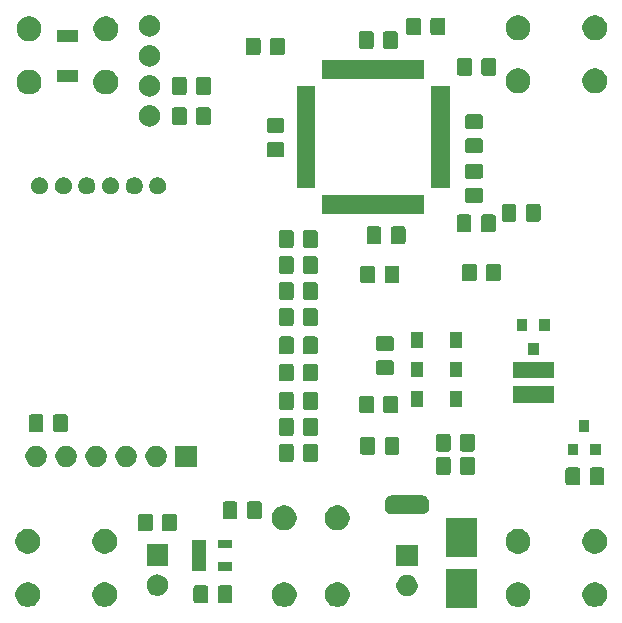
<source format=gbr>
G04 #@! TF.GenerationSoftware,KiCad,Pcbnew,(5.1.5-0-10_14)*
G04 #@! TF.CreationDate,2020-10-05T14:30:26+02:00*
G04 #@! TF.ProjectId,HB-RC-4-Dis-TH,48422d52-432d-4342-9d44-69732d54482e,rev?*
G04 #@! TF.SameCoordinates,Original*
G04 #@! TF.FileFunction,Soldermask,Bot*
G04 #@! TF.FilePolarity,Negative*
%FSLAX46Y46*%
G04 Gerber Fmt 4.6, Leading zero omitted, Abs format (unit mm)*
G04 Created by KiCad (PCBNEW (5.1.5-0-10_14)) date 2020-10-05 14:30:26*
%MOMM*%
%LPD*%
G04 APERTURE LIST*
%ADD10C,0.100000*%
G04 APERTURE END LIST*
D10*
G36*
X53366000Y-64031000D02*
G01*
X50764000Y-64031000D01*
X50764000Y-60729000D01*
X53366000Y-60729000D01*
X53366000Y-64031000D01*
G37*
G36*
X63646564Y-61919389D02*
G01*
X63837833Y-61998615D01*
X63837835Y-61998616D01*
X64009973Y-62113635D01*
X64156365Y-62260027D01*
X64198454Y-62323017D01*
X64271385Y-62432167D01*
X64350611Y-62623436D01*
X64391000Y-62826484D01*
X64391000Y-63033516D01*
X64350611Y-63236564D01*
X64271385Y-63427833D01*
X64271384Y-63427835D01*
X64156365Y-63599973D01*
X64009973Y-63746365D01*
X63837835Y-63861384D01*
X63837834Y-63861385D01*
X63837833Y-63861385D01*
X63646564Y-63940611D01*
X63443516Y-63981000D01*
X63236484Y-63981000D01*
X63033436Y-63940611D01*
X62842167Y-63861385D01*
X62842166Y-63861385D01*
X62842165Y-63861384D01*
X62670027Y-63746365D01*
X62523635Y-63599973D01*
X62408616Y-63427835D01*
X62408615Y-63427833D01*
X62329389Y-63236564D01*
X62289000Y-63033516D01*
X62289000Y-62826484D01*
X62329389Y-62623436D01*
X62408615Y-62432167D01*
X62481547Y-62323017D01*
X62523635Y-62260027D01*
X62670027Y-62113635D01*
X62842165Y-61998616D01*
X62842167Y-61998615D01*
X63033436Y-61919389D01*
X63236484Y-61879000D01*
X63443516Y-61879000D01*
X63646564Y-61919389D01*
G37*
G36*
X57146564Y-61919389D02*
G01*
X57337833Y-61998615D01*
X57337835Y-61998616D01*
X57509973Y-62113635D01*
X57656365Y-62260027D01*
X57698454Y-62323017D01*
X57771385Y-62432167D01*
X57850611Y-62623436D01*
X57891000Y-62826484D01*
X57891000Y-63033516D01*
X57850611Y-63236564D01*
X57771385Y-63427833D01*
X57771384Y-63427835D01*
X57656365Y-63599973D01*
X57509973Y-63746365D01*
X57337835Y-63861384D01*
X57337834Y-63861385D01*
X57337833Y-63861385D01*
X57146564Y-63940611D01*
X56943516Y-63981000D01*
X56736484Y-63981000D01*
X56533436Y-63940611D01*
X56342167Y-63861385D01*
X56342166Y-63861385D01*
X56342165Y-63861384D01*
X56170027Y-63746365D01*
X56023635Y-63599973D01*
X55908616Y-63427835D01*
X55908615Y-63427833D01*
X55829389Y-63236564D01*
X55789000Y-63033516D01*
X55789000Y-62826484D01*
X55829389Y-62623436D01*
X55908615Y-62432167D01*
X55981547Y-62323017D01*
X56023635Y-62260027D01*
X56170027Y-62113635D01*
X56342165Y-61998616D01*
X56342167Y-61998615D01*
X56533436Y-61919389D01*
X56736484Y-61879000D01*
X56943516Y-61879000D01*
X57146564Y-61919389D01*
G37*
G36*
X41846564Y-61919389D02*
G01*
X42037833Y-61998615D01*
X42037835Y-61998616D01*
X42209973Y-62113635D01*
X42356365Y-62260027D01*
X42398454Y-62323017D01*
X42471385Y-62432167D01*
X42550611Y-62623436D01*
X42591000Y-62826484D01*
X42591000Y-63033516D01*
X42550611Y-63236564D01*
X42471385Y-63427833D01*
X42471384Y-63427835D01*
X42356365Y-63599973D01*
X42209973Y-63746365D01*
X42037835Y-63861384D01*
X42037834Y-63861385D01*
X42037833Y-63861385D01*
X41846564Y-63940611D01*
X41643516Y-63981000D01*
X41436484Y-63981000D01*
X41233436Y-63940611D01*
X41042167Y-63861385D01*
X41042166Y-63861385D01*
X41042165Y-63861384D01*
X40870027Y-63746365D01*
X40723635Y-63599973D01*
X40608616Y-63427835D01*
X40608615Y-63427833D01*
X40529389Y-63236564D01*
X40489000Y-63033516D01*
X40489000Y-62826484D01*
X40529389Y-62623436D01*
X40608615Y-62432167D01*
X40681547Y-62323017D01*
X40723635Y-62260027D01*
X40870027Y-62113635D01*
X41042165Y-61998616D01*
X41042167Y-61998615D01*
X41233436Y-61919389D01*
X41436484Y-61879000D01*
X41643516Y-61879000D01*
X41846564Y-61919389D01*
G37*
G36*
X37346564Y-61919389D02*
G01*
X37537833Y-61998615D01*
X37537835Y-61998616D01*
X37709973Y-62113635D01*
X37856365Y-62260027D01*
X37898454Y-62323017D01*
X37971385Y-62432167D01*
X38050611Y-62623436D01*
X38091000Y-62826484D01*
X38091000Y-63033516D01*
X38050611Y-63236564D01*
X37971385Y-63427833D01*
X37971384Y-63427835D01*
X37856365Y-63599973D01*
X37709973Y-63746365D01*
X37537835Y-63861384D01*
X37537834Y-63861385D01*
X37537833Y-63861385D01*
X37346564Y-63940611D01*
X37143516Y-63981000D01*
X36936484Y-63981000D01*
X36733436Y-63940611D01*
X36542167Y-63861385D01*
X36542166Y-63861385D01*
X36542165Y-63861384D01*
X36370027Y-63746365D01*
X36223635Y-63599973D01*
X36108616Y-63427835D01*
X36108615Y-63427833D01*
X36029389Y-63236564D01*
X35989000Y-63033516D01*
X35989000Y-62826484D01*
X36029389Y-62623436D01*
X36108615Y-62432167D01*
X36181547Y-62323017D01*
X36223635Y-62260027D01*
X36370027Y-62113635D01*
X36542165Y-61998616D01*
X36542167Y-61998615D01*
X36733436Y-61919389D01*
X36936484Y-61879000D01*
X37143516Y-61879000D01*
X37346564Y-61919389D01*
G37*
G36*
X22146564Y-61919389D02*
G01*
X22337833Y-61998615D01*
X22337835Y-61998616D01*
X22509973Y-62113635D01*
X22656365Y-62260027D01*
X22698454Y-62323017D01*
X22771385Y-62432167D01*
X22850611Y-62623436D01*
X22891000Y-62826484D01*
X22891000Y-63033516D01*
X22850611Y-63236564D01*
X22771385Y-63427833D01*
X22771384Y-63427835D01*
X22656365Y-63599973D01*
X22509973Y-63746365D01*
X22337835Y-63861384D01*
X22337834Y-63861385D01*
X22337833Y-63861385D01*
X22146564Y-63940611D01*
X21943516Y-63981000D01*
X21736484Y-63981000D01*
X21533436Y-63940611D01*
X21342167Y-63861385D01*
X21342166Y-63861385D01*
X21342165Y-63861384D01*
X21170027Y-63746365D01*
X21023635Y-63599973D01*
X20908616Y-63427835D01*
X20908615Y-63427833D01*
X20829389Y-63236564D01*
X20789000Y-63033516D01*
X20789000Y-62826484D01*
X20829389Y-62623436D01*
X20908615Y-62432167D01*
X20981547Y-62323017D01*
X21023635Y-62260027D01*
X21170027Y-62113635D01*
X21342165Y-61998616D01*
X21342167Y-61998615D01*
X21533436Y-61919389D01*
X21736484Y-61879000D01*
X21943516Y-61879000D01*
X22146564Y-61919389D01*
G37*
G36*
X15646564Y-61919389D02*
G01*
X15837833Y-61998615D01*
X15837835Y-61998616D01*
X16009973Y-62113635D01*
X16156365Y-62260027D01*
X16198454Y-62323017D01*
X16271385Y-62432167D01*
X16350611Y-62623436D01*
X16391000Y-62826484D01*
X16391000Y-63033516D01*
X16350611Y-63236564D01*
X16271385Y-63427833D01*
X16271384Y-63427835D01*
X16156365Y-63599973D01*
X16009973Y-63746365D01*
X15837835Y-63861384D01*
X15837834Y-63861385D01*
X15837833Y-63861385D01*
X15646564Y-63940611D01*
X15443516Y-63981000D01*
X15236484Y-63981000D01*
X15033436Y-63940611D01*
X14842167Y-63861385D01*
X14842166Y-63861385D01*
X14842165Y-63861384D01*
X14670027Y-63746365D01*
X14523635Y-63599973D01*
X14408616Y-63427835D01*
X14408615Y-63427833D01*
X14329389Y-63236564D01*
X14289000Y-63033516D01*
X14289000Y-62826484D01*
X14329389Y-62623436D01*
X14408615Y-62432167D01*
X14481547Y-62323017D01*
X14523635Y-62260027D01*
X14670027Y-62113635D01*
X14842165Y-61998616D01*
X14842167Y-61998615D01*
X15033436Y-61919389D01*
X15236484Y-61879000D01*
X15443516Y-61879000D01*
X15646564Y-61919389D01*
G37*
G36*
X32501674Y-62159465D02*
G01*
X32539367Y-62170899D01*
X32574103Y-62189466D01*
X32604548Y-62214452D01*
X32629534Y-62244897D01*
X32648101Y-62279633D01*
X32659535Y-62317326D01*
X32664000Y-62362661D01*
X32664000Y-63449339D01*
X32659535Y-63494674D01*
X32648101Y-63532367D01*
X32629534Y-63567103D01*
X32604548Y-63597548D01*
X32574103Y-63622534D01*
X32539367Y-63641101D01*
X32501674Y-63652535D01*
X32456339Y-63657000D01*
X31619661Y-63657000D01*
X31574326Y-63652535D01*
X31536633Y-63641101D01*
X31501897Y-63622534D01*
X31471452Y-63597548D01*
X31446466Y-63567103D01*
X31427899Y-63532367D01*
X31416465Y-63494674D01*
X31412000Y-63449339D01*
X31412000Y-62362661D01*
X31416465Y-62317326D01*
X31427899Y-62279633D01*
X31446466Y-62244897D01*
X31471452Y-62214452D01*
X31501897Y-62189466D01*
X31536633Y-62170899D01*
X31574326Y-62159465D01*
X31619661Y-62155000D01*
X32456339Y-62155000D01*
X32501674Y-62159465D01*
G37*
G36*
X30451674Y-62159465D02*
G01*
X30489367Y-62170899D01*
X30524103Y-62189466D01*
X30554548Y-62214452D01*
X30579534Y-62244897D01*
X30598101Y-62279633D01*
X30609535Y-62317326D01*
X30614000Y-62362661D01*
X30614000Y-63449339D01*
X30609535Y-63494674D01*
X30598101Y-63532367D01*
X30579534Y-63567103D01*
X30554548Y-63597548D01*
X30524103Y-63622534D01*
X30489367Y-63641101D01*
X30451674Y-63652535D01*
X30406339Y-63657000D01*
X29569661Y-63657000D01*
X29524326Y-63652535D01*
X29486633Y-63641101D01*
X29451897Y-63622534D01*
X29421452Y-63597548D01*
X29396466Y-63567103D01*
X29377899Y-63532367D01*
X29366465Y-63494674D01*
X29362000Y-63449339D01*
X29362000Y-62362661D01*
X29366465Y-62317326D01*
X29377899Y-62279633D01*
X29396466Y-62244897D01*
X29421452Y-62214452D01*
X29451897Y-62189466D01*
X29486633Y-62170899D01*
X29524326Y-62159465D01*
X29569661Y-62155000D01*
X30406339Y-62155000D01*
X30451674Y-62159465D01*
G37*
G36*
X47553512Y-61273927D02*
G01*
X47702812Y-61303624D01*
X47866784Y-61371544D01*
X48014354Y-61470147D01*
X48139853Y-61595646D01*
X48238456Y-61743216D01*
X48306376Y-61907188D01*
X48341000Y-62081259D01*
X48341000Y-62258741D01*
X48306376Y-62432812D01*
X48238456Y-62596784D01*
X48139853Y-62744354D01*
X48014354Y-62869853D01*
X47866784Y-62968456D01*
X47702812Y-63036376D01*
X47553512Y-63066073D01*
X47528742Y-63071000D01*
X47351258Y-63071000D01*
X47326488Y-63066073D01*
X47177188Y-63036376D01*
X47013216Y-62968456D01*
X46865646Y-62869853D01*
X46740147Y-62744354D01*
X46641544Y-62596784D01*
X46573624Y-62432812D01*
X46539000Y-62258741D01*
X46539000Y-62081259D01*
X46573624Y-61907188D01*
X46641544Y-61743216D01*
X46740147Y-61595646D01*
X46865646Y-61470147D01*
X47013216Y-61371544D01*
X47177188Y-61303624D01*
X47326488Y-61273927D01*
X47351258Y-61269000D01*
X47528742Y-61269000D01*
X47553512Y-61273927D01*
G37*
G36*
X26413512Y-61233927D02*
G01*
X26562812Y-61263624D01*
X26726784Y-61331544D01*
X26874354Y-61430147D01*
X26999853Y-61555646D01*
X27098456Y-61703216D01*
X27166376Y-61867188D01*
X27201000Y-62041259D01*
X27201000Y-62218741D01*
X27166376Y-62392812D01*
X27098456Y-62556784D01*
X26999853Y-62704354D01*
X26874354Y-62829853D01*
X26726784Y-62928456D01*
X26562812Y-62996376D01*
X26413512Y-63026073D01*
X26388742Y-63031000D01*
X26211258Y-63031000D01*
X26186488Y-63026073D01*
X26037188Y-62996376D01*
X25873216Y-62928456D01*
X25725646Y-62829853D01*
X25600147Y-62704354D01*
X25501544Y-62556784D01*
X25433624Y-62392812D01*
X25399000Y-62218741D01*
X25399000Y-62041259D01*
X25433624Y-61867188D01*
X25501544Y-61703216D01*
X25600147Y-61555646D01*
X25725646Y-61430147D01*
X25873216Y-61331544D01*
X26037188Y-61263624D01*
X26186488Y-61233927D01*
X26211258Y-61229000D01*
X26388742Y-61229000D01*
X26413512Y-61233927D01*
G37*
G36*
X32630500Y-60930000D02*
G01*
X31468500Y-60930000D01*
X31468500Y-60178000D01*
X32630500Y-60178000D01*
X32630500Y-60930000D01*
G37*
G36*
X30430500Y-60930000D02*
G01*
X29268500Y-60930000D01*
X29268500Y-58278000D01*
X30430500Y-58278000D01*
X30430500Y-60930000D01*
G37*
G36*
X48341000Y-60531000D02*
G01*
X46539000Y-60531000D01*
X46539000Y-58729000D01*
X48341000Y-58729000D01*
X48341000Y-60531000D01*
G37*
G36*
X27201000Y-60491000D02*
G01*
X25399000Y-60491000D01*
X25399000Y-58689000D01*
X27201000Y-58689000D01*
X27201000Y-60491000D01*
G37*
G36*
X53366000Y-59731000D02*
G01*
X50764000Y-59731000D01*
X50764000Y-56429000D01*
X53366000Y-56429000D01*
X53366000Y-59731000D01*
G37*
G36*
X15646564Y-57419389D02*
G01*
X15837833Y-57498615D01*
X15837835Y-57498616D01*
X15938338Y-57565770D01*
X16009973Y-57613635D01*
X16156365Y-57760027D01*
X16271385Y-57932167D01*
X16350611Y-58123436D01*
X16391000Y-58326484D01*
X16391000Y-58533516D01*
X16350611Y-58736564D01*
X16271385Y-58927833D01*
X16271384Y-58927835D01*
X16156365Y-59099973D01*
X16009973Y-59246365D01*
X15837835Y-59361384D01*
X15837834Y-59361385D01*
X15837833Y-59361385D01*
X15646564Y-59440611D01*
X15443516Y-59481000D01*
X15236484Y-59481000D01*
X15033436Y-59440611D01*
X14842167Y-59361385D01*
X14842166Y-59361385D01*
X14842165Y-59361384D01*
X14670027Y-59246365D01*
X14523635Y-59099973D01*
X14408616Y-58927835D01*
X14408615Y-58927833D01*
X14329389Y-58736564D01*
X14289000Y-58533516D01*
X14289000Y-58326484D01*
X14329389Y-58123436D01*
X14408615Y-57932167D01*
X14523635Y-57760027D01*
X14670027Y-57613635D01*
X14741662Y-57565770D01*
X14842165Y-57498616D01*
X14842167Y-57498615D01*
X15033436Y-57419389D01*
X15236484Y-57379000D01*
X15443516Y-57379000D01*
X15646564Y-57419389D01*
G37*
G36*
X63646564Y-57419389D02*
G01*
X63837833Y-57498615D01*
X63837835Y-57498616D01*
X63938338Y-57565770D01*
X64009973Y-57613635D01*
X64156365Y-57760027D01*
X64271385Y-57932167D01*
X64350611Y-58123436D01*
X64391000Y-58326484D01*
X64391000Y-58533516D01*
X64350611Y-58736564D01*
X64271385Y-58927833D01*
X64271384Y-58927835D01*
X64156365Y-59099973D01*
X64009973Y-59246365D01*
X63837835Y-59361384D01*
X63837834Y-59361385D01*
X63837833Y-59361385D01*
X63646564Y-59440611D01*
X63443516Y-59481000D01*
X63236484Y-59481000D01*
X63033436Y-59440611D01*
X62842167Y-59361385D01*
X62842166Y-59361385D01*
X62842165Y-59361384D01*
X62670027Y-59246365D01*
X62523635Y-59099973D01*
X62408616Y-58927835D01*
X62408615Y-58927833D01*
X62329389Y-58736564D01*
X62289000Y-58533516D01*
X62289000Y-58326484D01*
X62329389Y-58123436D01*
X62408615Y-57932167D01*
X62523635Y-57760027D01*
X62670027Y-57613635D01*
X62741662Y-57565770D01*
X62842165Y-57498616D01*
X62842167Y-57498615D01*
X63033436Y-57419389D01*
X63236484Y-57379000D01*
X63443516Y-57379000D01*
X63646564Y-57419389D01*
G37*
G36*
X22146564Y-57419389D02*
G01*
X22337833Y-57498615D01*
X22337835Y-57498616D01*
X22438338Y-57565770D01*
X22509973Y-57613635D01*
X22656365Y-57760027D01*
X22771385Y-57932167D01*
X22850611Y-58123436D01*
X22891000Y-58326484D01*
X22891000Y-58533516D01*
X22850611Y-58736564D01*
X22771385Y-58927833D01*
X22771384Y-58927835D01*
X22656365Y-59099973D01*
X22509973Y-59246365D01*
X22337835Y-59361384D01*
X22337834Y-59361385D01*
X22337833Y-59361385D01*
X22146564Y-59440611D01*
X21943516Y-59481000D01*
X21736484Y-59481000D01*
X21533436Y-59440611D01*
X21342167Y-59361385D01*
X21342166Y-59361385D01*
X21342165Y-59361384D01*
X21170027Y-59246365D01*
X21023635Y-59099973D01*
X20908616Y-58927835D01*
X20908615Y-58927833D01*
X20829389Y-58736564D01*
X20789000Y-58533516D01*
X20789000Y-58326484D01*
X20829389Y-58123436D01*
X20908615Y-57932167D01*
X21023635Y-57760027D01*
X21170027Y-57613635D01*
X21241662Y-57565770D01*
X21342165Y-57498616D01*
X21342167Y-57498615D01*
X21533436Y-57419389D01*
X21736484Y-57379000D01*
X21943516Y-57379000D01*
X22146564Y-57419389D01*
G37*
G36*
X57146564Y-57419389D02*
G01*
X57337833Y-57498615D01*
X57337835Y-57498616D01*
X57438338Y-57565770D01*
X57509973Y-57613635D01*
X57656365Y-57760027D01*
X57771385Y-57932167D01*
X57850611Y-58123436D01*
X57891000Y-58326484D01*
X57891000Y-58533516D01*
X57850611Y-58736564D01*
X57771385Y-58927833D01*
X57771384Y-58927835D01*
X57656365Y-59099973D01*
X57509973Y-59246365D01*
X57337835Y-59361384D01*
X57337834Y-59361385D01*
X57337833Y-59361385D01*
X57146564Y-59440611D01*
X56943516Y-59481000D01*
X56736484Y-59481000D01*
X56533436Y-59440611D01*
X56342167Y-59361385D01*
X56342166Y-59361385D01*
X56342165Y-59361384D01*
X56170027Y-59246365D01*
X56023635Y-59099973D01*
X55908616Y-58927835D01*
X55908615Y-58927833D01*
X55829389Y-58736564D01*
X55789000Y-58533516D01*
X55789000Y-58326484D01*
X55829389Y-58123436D01*
X55908615Y-57932167D01*
X56023635Y-57760027D01*
X56170027Y-57613635D01*
X56241662Y-57565770D01*
X56342165Y-57498616D01*
X56342167Y-57498615D01*
X56533436Y-57419389D01*
X56736484Y-57379000D01*
X56943516Y-57379000D01*
X57146564Y-57419389D01*
G37*
G36*
X32630500Y-59030000D02*
G01*
X31468500Y-59030000D01*
X31468500Y-58278000D01*
X32630500Y-58278000D01*
X32630500Y-59030000D01*
G37*
G36*
X25742674Y-56073465D02*
G01*
X25780367Y-56084899D01*
X25815103Y-56103466D01*
X25845548Y-56128452D01*
X25870534Y-56158897D01*
X25889101Y-56193633D01*
X25900535Y-56231326D01*
X25905000Y-56276661D01*
X25905000Y-57363339D01*
X25900535Y-57408674D01*
X25889101Y-57446367D01*
X25870534Y-57481103D01*
X25845548Y-57511548D01*
X25815103Y-57536534D01*
X25780367Y-57555101D01*
X25742674Y-57566535D01*
X25697339Y-57571000D01*
X24860661Y-57571000D01*
X24815326Y-57566535D01*
X24777633Y-57555101D01*
X24742897Y-57536534D01*
X24712452Y-57511548D01*
X24687466Y-57481103D01*
X24668899Y-57446367D01*
X24657465Y-57408674D01*
X24653000Y-57363339D01*
X24653000Y-56276661D01*
X24657465Y-56231326D01*
X24668899Y-56193633D01*
X24687466Y-56158897D01*
X24712452Y-56128452D01*
X24742897Y-56103466D01*
X24777633Y-56084899D01*
X24815326Y-56073465D01*
X24860661Y-56069000D01*
X25697339Y-56069000D01*
X25742674Y-56073465D01*
G37*
G36*
X27792674Y-56073465D02*
G01*
X27830367Y-56084899D01*
X27865103Y-56103466D01*
X27895548Y-56128452D01*
X27920534Y-56158897D01*
X27939101Y-56193633D01*
X27950535Y-56231326D01*
X27955000Y-56276661D01*
X27955000Y-57363339D01*
X27950535Y-57408674D01*
X27939101Y-57446367D01*
X27920534Y-57481103D01*
X27895548Y-57511548D01*
X27865103Y-57536534D01*
X27830367Y-57555101D01*
X27792674Y-57566535D01*
X27747339Y-57571000D01*
X26910661Y-57571000D01*
X26865326Y-57566535D01*
X26827633Y-57555101D01*
X26792897Y-57536534D01*
X26762452Y-57511548D01*
X26737466Y-57481103D01*
X26718899Y-57446367D01*
X26707465Y-57408674D01*
X26703000Y-57363339D01*
X26703000Y-56276661D01*
X26707465Y-56231326D01*
X26718899Y-56193633D01*
X26737466Y-56158897D01*
X26762452Y-56128452D01*
X26792897Y-56103466D01*
X26827633Y-56084899D01*
X26865326Y-56073465D01*
X26910661Y-56069000D01*
X27747339Y-56069000D01*
X27792674Y-56073465D01*
G37*
G36*
X37346564Y-55419389D02*
G01*
X37537833Y-55498615D01*
X37537835Y-55498616D01*
X37709973Y-55613635D01*
X37856365Y-55760027D01*
X37903025Y-55829858D01*
X37971385Y-55932167D01*
X38050611Y-56123436D01*
X38091000Y-56326484D01*
X38091000Y-56533516D01*
X38050611Y-56736564D01*
X37971385Y-56927833D01*
X37971384Y-56927835D01*
X37856365Y-57099973D01*
X37709973Y-57246365D01*
X37537835Y-57361384D01*
X37537834Y-57361385D01*
X37537833Y-57361385D01*
X37346564Y-57440611D01*
X37143516Y-57481000D01*
X36936484Y-57481000D01*
X36733436Y-57440611D01*
X36542167Y-57361385D01*
X36542166Y-57361385D01*
X36542165Y-57361384D01*
X36370027Y-57246365D01*
X36223635Y-57099973D01*
X36108616Y-56927835D01*
X36108615Y-56927833D01*
X36029389Y-56736564D01*
X35989000Y-56533516D01*
X35989000Y-56326484D01*
X36029389Y-56123436D01*
X36108615Y-55932167D01*
X36176976Y-55829858D01*
X36223635Y-55760027D01*
X36370027Y-55613635D01*
X36542165Y-55498616D01*
X36542167Y-55498615D01*
X36733436Y-55419389D01*
X36936484Y-55379000D01*
X37143516Y-55379000D01*
X37346564Y-55419389D01*
G37*
G36*
X41846564Y-55419389D02*
G01*
X42037833Y-55498615D01*
X42037835Y-55498616D01*
X42209973Y-55613635D01*
X42356365Y-55760027D01*
X42403025Y-55829858D01*
X42471385Y-55932167D01*
X42550611Y-56123436D01*
X42591000Y-56326484D01*
X42591000Y-56533516D01*
X42550611Y-56736564D01*
X42471385Y-56927833D01*
X42471384Y-56927835D01*
X42356365Y-57099973D01*
X42209973Y-57246365D01*
X42037835Y-57361384D01*
X42037834Y-57361385D01*
X42037833Y-57361385D01*
X41846564Y-57440611D01*
X41643516Y-57481000D01*
X41436484Y-57481000D01*
X41233436Y-57440611D01*
X41042167Y-57361385D01*
X41042166Y-57361385D01*
X41042165Y-57361384D01*
X40870027Y-57246365D01*
X40723635Y-57099973D01*
X40608616Y-56927835D01*
X40608615Y-56927833D01*
X40529389Y-56736564D01*
X40489000Y-56533516D01*
X40489000Y-56326484D01*
X40529389Y-56123436D01*
X40608615Y-55932167D01*
X40676976Y-55829858D01*
X40723635Y-55760027D01*
X40870027Y-55613635D01*
X41042165Y-55498616D01*
X41042167Y-55498615D01*
X41233436Y-55419389D01*
X41436484Y-55379000D01*
X41643516Y-55379000D01*
X41846564Y-55419389D01*
G37*
G36*
X32918674Y-55047465D02*
G01*
X32956367Y-55058899D01*
X32991103Y-55077466D01*
X33021548Y-55102452D01*
X33046534Y-55132897D01*
X33065101Y-55167633D01*
X33076535Y-55205326D01*
X33081000Y-55250661D01*
X33081000Y-56337339D01*
X33076535Y-56382674D01*
X33065101Y-56420367D01*
X33046534Y-56455103D01*
X33021548Y-56485548D01*
X32991103Y-56510534D01*
X32956367Y-56529101D01*
X32918674Y-56540535D01*
X32873339Y-56545000D01*
X32036661Y-56545000D01*
X31991326Y-56540535D01*
X31953633Y-56529101D01*
X31918897Y-56510534D01*
X31888452Y-56485548D01*
X31863466Y-56455103D01*
X31844899Y-56420367D01*
X31833465Y-56382674D01*
X31829000Y-56337339D01*
X31829000Y-55250661D01*
X31833465Y-55205326D01*
X31844899Y-55167633D01*
X31863466Y-55132897D01*
X31888452Y-55102452D01*
X31918897Y-55077466D01*
X31953633Y-55058899D01*
X31991326Y-55047465D01*
X32036661Y-55043000D01*
X32873339Y-55043000D01*
X32918674Y-55047465D01*
G37*
G36*
X34968674Y-55047465D02*
G01*
X35006367Y-55058899D01*
X35041103Y-55077466D01*
X35071548Y-55102452D01*
X35096534Y-55132897D01*
X35115101Y-55167633D01*
X35126535Y-55205326D01*
X35131000Y-55250661D01*
X35131000Y-56337339D01*
X35126535Y-56382674D01*
X35115101Y-56420367D01*
X35096534Y-56455103D01*
X35071548Y-56485548D01*
X35041103Y-56510534D01*
X35006367Y-56529101D01*
X34968674Y-56540535D01*
X34923339Y-56545000D01*
X34086661Y-56545000D01*
X34041326Y-56540535D01*
X34003633Y-56529101D01*
X33968897Y-56510534D01*
X33938452Y-56485548D01*
X33913466Y-56455103D01*
X33894899Y-56420367D01*
X33883465Y-56382674D01*
X33879000Y-56337339D01*
X33879000Y-55250661D01*
X33883465Y-55205326D01*
X33894899Y-55167633D01*
X33913466Y-55132897D01*
X33938452Y-55102452D01*
X33968897Y-55077466D01*
X34003633Y-55058899D01*
X34041326Y-55047465D01*
X34086661Y-55043000D01*
X34923339Y-55043000D01*
X34968674Y-55047465D01*
G37*
G36*
X46699999Y-54529737D02*
G01*
X46714528Y-54534145D01*
X46727711Y-54539606D01*
X46751745Y-54544388D01*
X46776249Y-54544389D01*
X46800282Y-54539609D01*
X46822921Y-54530232D01*
X46824765Y-54529000D01*
X48056050Y-54529000D01*
X48068164Y-54535475D01*
X48091613Y-54542588D01*
X48115999Y-54544990D01*
X48140385Y-54542588D01*
X48163834Y-54535475D01*
X48168746Y-54533152D01*
X48180001Y-54529737D01*
X48196140Y-54528148D01*
X48733861Y-54528148D01*
X48752199Y-54529954D01*
X48764450Y-54530556D01*
X48782869Y-54530556D01*
X48805149Y-54532750D01*
X48889233Y-54549476D01*
X48910660Y-54555976D01*
X48989858Y-54588780D01*
X48995303Y-54591691D01*
X48995309Y-54591693D01*
X49004169Y-54596429D01*
X49004173Y-54596432D01*
X49009614Y-54599340D01*
X49080899Y-54646971D01*
X49098204Y-54661172D01*
X49158828Y-54721796D01*
X49173029Y-54739101D01*
X49220660Y-54810386D01*
X49223568Y-54815827D01*
X49223571Y-54815831D01*
X49228307Y-54824691D01*
X49228309Y-54824697D01*
X49231220Y-54830142D01*
X49264024Y-54909340D01*
X49270524Y-54930767D01*
X49287250Y-55014851D01*
X49289444Y-55037131D01*
X49289444Y-55055550D01*
X49290046Y-55067801D01*
X49291852Y-55086139D01*
X49291852Y-55573861D01*
X49290046Y-55592199D01*
X49289444Y-55604450D01*
X49289444Y-55622869D01*
X49287250Y-55645149D01*
X49270524Y-55729233D01*
X49264024Y-55750660D01*
X49231220Y-55829858D01*
X49228309Y-55835303D01*
X49228307Y-55835309D01*
X49223571Y-55844169D01*
X49223568Y-55844173D01*
X49220660Y-55849614D01*
X49173029Y-55920899D01*
X49158828Y-55938204D01*
X49098204Y-55998828D01*
X49080899Y-56013029D01*
X49009614Y-56060660D01*
X49004173Y-56063568D01*
X49004169Y-56063571D01*
X48995309Y-56068307D01*
X48995303Y-56068309D01*
X48989858Y-56071220D01*
X48910660Y-56104024D01*
X48889233Y-56110524D01*
X48805149Y-56127250D01*
X48782869Y-56129444D01*
X48764450Y-56129444D01*
X48752199Y-56130046D01*
X48733862Y-56131852D01*
X48196140Y-56131852D01*
X48180001Y-56130263D01*
X48165472Y-56125855D01*
X48152289Y-56120394D01*
X48128255Y-56115612D01*
X48103751Y-56115611D01*
X48079718Y-56120391D01*
X48057079Y-56129768D01*
X48055235Y-56131000D01*
X46823950Y-56131000D01*
X46811836Y-56124525D01*
X46788387Y-56117412D01*
X46764001Y-56115010D01*
X46739615Y-56117412D01*
X46716166Y-56124525D01*
X46711254Y-56126848D01*
X46699999Y-56130263D01*
X46683860Y-56131852D01*
X46146138Y-56131852D01*
X46127801Y-56130046D01*
X46115550Y-56129444D01*
X46097131Y-56129444D01*
X46074851Y-56127250D01*
X45990767Y-56110524D01*
X45969340Y-56104024D01*
X45890142Y-56071220D01*
X45884697Y-56068309D01*
X45884691Y-56068307D01*
X45875831Y-56063571D01*
X45875827Y-56063568D01*
X45870386Y-56060660D01*
X45799101Y-56013029D01*
X45781796Y-55998828D01*
X45721172Y-55938204D01*
X45706971Y-55920899D01*
X45659340Y-55849614D01*
X45656432Y-55844173D01*
X45656429Y-55844169D01*
X45651693Y-55835309D01*
X45651691Y-55835303D01*
X45648780Y-55829858D01*
X45615976Y-55750660D01*
X45609476Y-55729233D01*
X45592750Y-55645149D01*
X45590556Y-55622869D01*
X45590556Y-55604450D01*
X45589954Y-55592199D01*
X45588148Y-55573862D01*
X45588148Y-55086139D01*
X45589954Y-55067801D01*
X45590556Y-55055550D01*
X45590556Y-55037131D01*
X45592750Y-55014851D01*
X45609476Y-54930767D01*
X45615976Y-54909340D01*
X45648780Y-54830142D01*
X45651691Y-54824697D01*
X45651693Y-54824691D01*
X45656429Y-54815831D01*
X45656432Y-54815827D01*
X45659340Y-54810386D01*
X45706971Y-54739101D01*
X45721172Y-54721796D01*
X45781796Y-54661172D01*
X45799101Y-54646971D01*
X45870386Y-54599340D01*
X45875827Y-54596432D01*
X45875831Y-54596429D01*
X45884691Y-54591693D01*
X45884697Y-54591691D01*
X45890142Y-54588780D01*
X45969340Y-54555976D01*
X45990767Y-54549476D01*
X46074851Y-54532750D01*
X46097131Y-54530556D01*
X46115550Y-54530556D01*
X46127801Y-54529954D01*
X46146139Y-54528148D01*
X46683860Y-54528148D01*
X46699999Y-54529737D01*
G37*
G36*
X63998674Y-52173465D02*
G01*
X64036367Y-52184899D01*
X64071103Y-52203466D01*
X64101548Y-52228452D01*
X64126534Y-52258897D01*
X64145101Y-52293633D01*
X64156535Y-52331326D01*
X64161000Y-52376661D01*
X64161000Y-53463339D01*
X64156535Y-53508674D01*
X64145101Y-53546367D01*
X64126534Y-53581103D01*
X64101548Y-53611548D01*
X64071103Y-53636534D01*
X64036367Y-53655101D01*
X63998674Y-53666535D01*
X63953339Y-53671000D01*
X63116661Y-53671000D01*
X63071326Y-53666535D01*
X63033633Y-53655101D01*
X62998897Y-53636534D01*
X62968452Y-53611548D01*
X62943466Y-53581103D01*
X62924899Y-53546367D01*
X62913465Y-53508674D01*
X62909000Y-53463339D01*
X62909000Y-52376661D01*
X62913465Y-52331326D01*
X62924899Y-52293633D01*
X62943466Y-52258897D01*
X62968452Y-52228452D01*
X62998897Y-52203466D01*
X63033633Y-52184899D01*
X63071326Y-52173465D01*
X63116661Y-52169000D01*
X63953339Y-52169000D01*
X63998674Y-52173465D01*
G37*
G36*
X61948674Y-52173465D02*
G01*
X61986367Y-52184899D01*
X62021103Y-52203466D01*
X62051548Y-52228452D01*
X62076534Y-52258897D01*
X62095101Y-52293633D01*
X62106535Y-52331326D01*
X62111000Y-52376661D01*
X62111000Y-53463339D01*
X62106535Y-53508674D01*
X62095101Y-53546367D01*
X62076534Y-53581103D01*
X62051548Y-53611548D01*
X62021103Y-53636534D01*
X61986367Y-53655101D01*
X61948674Y-53666535D01*
X61903339Y-53671000D01*
X61066661Y-53671000D01*
X61021326Y-53666535D01*
X60983633Y-53655101D01*
X60948897Y-53636534D01*
X60918452Y-53611548D01*
X60893466Y-53581103D01*
X60874899Y-53546367D01*
X60863465Y-53508674D01*
X60859000Y-53463339D01*
X60859000Y-52376661D01*
X60863465Y-52331326D01*
X60874899Y-52293633D01*
X60893466Y-52258897D01*
X60918452Y-52228452D01*
X60948897Y-52203466D01*
X60983633Y-52184899D01*
X61021326Y-52173465D01*
X61066661Y-52169000D01*
X61903339Y-52169000D01*
X61948674Y-52173465D01*
G37*
G36*
X53028674Y-51283465D02*
G01*
X53066367Y-51294899D01*
X53101103Y-51313466D01*
X53131548Y-51338452D01*
X53156534Y-51368897D01*
X53175101Y-51403633D01*
X53186535Y-51441326D01*
X53191000Y-51486661D01*
X53191000Y-52573339D01*
X53186535Y-52618674D01*
X53175101Y-52656367D01*
X53156534Y-52691103D01*
X53131548Y-52721548D01*
X53101103Y-52746534D01*
X53066367Y-52765101D01*
X53028674Y-52776535D01*
X52983339Y-52781000D01*
X52146661Y-52781000D01*
X52101326Y-52776535D01*
X52063633Y-52765101D01*
X52028897Y-52746534D01*
X51998452Y-52721548D01*
X51973466Y-52691103D01*
X51954899Y-52656367D01*
X51943465Y-52618674D01*
X51939000Y-52573339D01*
X51939000Y-51486661D01*
X51943465Y-51441326D01*
X51954899Y-51403633D01*
X51973466Y-51368897D01*
X51998452Y-51338452D01*
X52028897Y-51313466D01*
X52063633Y-51294899D01*
X52101326Y-51283465D01*
X52146661Y-51279000D01*
X52983339Y-51279000D01*
X53028674Y-51283465D01*
G37*
G36*
X50978674Y-51283465D02*
G01*
X51016367Y-51294899D01*
X51051103Y-51313466D01*
X51081548Y-51338452D01*
X51106534Y-51368897D01*
X51125101Y-51403633D01*
X51136535Y-51441326D01*
X51141000Y-51486661D01*
X51141000Y-52573339D01*
X51136535Y-52618674D01*
X51125101Y-52656367D01*
X51106534Y-52691103D01*
X51081548Y-52721548D01*
X51051103Y-52746534D01*
X51016367Y-52765101D01*
X50978674Y-52776535D01*
X50933339Y-52781000D01*
X50096661Y-52781000D01*
X50051326Y-52776535D01*
X50013633Y-52765101D01*
X49978897Y-52746534D01*
X49948452Y-52721548D01*
X49923466Y-52691103D01*
X49904899Y-52656367D01*
X49893465Y-52618674D01*
X49889000Y-52573339D01*
X49889000Y-51486661D01*
X49893465Y-51441326D01*
X49904899Y-51403633D01*
X49923466Y-51368897D01*
X49948452Y-51338452D01*
X49978897Y-51313466D01*
X50013633Y-51294899D01*
X50051326Y-51283465D01*
X50096661Y-51279000D01*
X50933339Y-51279000D01*
X50978674Y-51283465D01*
G37*
G36*
X16153512Y-50333927D02*
G01*
X16302812Y-50363624D01*
X16466784Y-50431544D01*
X16614354Y-50530147D01*
X16739853Y-50655646D01*
X16838456Y-50803216D01*
X16906376Y-50967188D01*
X16941000Y-51141259D01*
X16941000Y-51318741D01*
X16906376Y-51492812D01*
X16838456Y-51656784D01*
X16739853Y-51804354D01*
X16614354Y-51929853D01*
X16466784Y-52028456D01*
X16302812Y-52096376D01*
X16153512Y-52126073D01*
X16128742Y-52131000D01*
X15951258Y-52131000D01*
X15926488Y-52126073D01*
X15777188Y-52096376D01*
X15613216Y-52028456D01*
X15465646Y-51929853D01*
X15340147Y-51804354D01*
X15241544Y-51656784D01*
X15173624Y-51492812D01*
X15139000Y-51318741D01*
X15139000Y-51141259D01*
X15173624Y-50967188D01*
X15241544Y-50803216D01*
X15340147Y-50655646D01*
X15465646Y-50530147D01*
X15613216Y-50431544D01*
X15777188Y-50363624D01*
X15926488Y-50333927D01*
X15951258Y-50329000D01*
X16128742Y-50329000D01*
X16153512Y-50333927D01*
G37*
G36*
X18693512Y-50333927D02*
G01*
X18842812Y-50363624D01*
X19006784Y-50431544D01*
X19154354Y-50530147D01*
X19279853Y-50655646D01*
X19378456Y-50803216D01*
X19446376Y-50967188D01*
X19481000Y-51141259D01*
X19481000Y-51318741D01*
X19446376Y-51492812D01*
X19378456Y-51656784D01*
X19279853Y-51804354D01*
X19154354Y-51929853D01*
X19006784Y-52028456D01*
X18842812Y-52096376D01*
X18693512Y-52126073D01*
X18668742Y-52131000D01*
X18491258Y-52131000D01*
X18466488Y-52126073D01*
X18317188Y-52096376D01*
X18153216Y-52028456D01*
X18005646Y-51929853D01*
X17880147Y-51804354D01*
X17781544Y-51656784D01*
X17713624Y-51492812D01*
X17679000Y-51318741D01*
X17679000Y-51141259D01*
X17713624Y-50967188D01*
X17781544Y-50803216D01*
X17880147Y-50655646D01*
X18005646Y-50530147D01*
X18153216Y-50431544D01*
X18317188Y-50363624D01*
X18466488Y-50333927D01*
X18491258Y-50329000D01*
X18668742Y-50329000D01*
X18693512Y-50333927D01*
G37*
G36*
X21233512Y-50333927D02*
G01*
X21382812Y-50363624D01*
X21546784Y-50431544D01*
X21694354Y-50530147D01*
X21819853Y-50655646D01*
X21918456Y-50803216D01*
X21986376Y-50967188D01*
X22021000Y-51141259D01*
X22021000Y-51318741D01*
X21986376Y-51492812D01*
X21918456Y-51656784D01*
X21819853Y-51804354D01*
X21694354Y-51929853D01*
X21546784Y-52028456D01*
X21382812Y-52096376D01*
X21233512Y-52126073D01*
X21208742Y-52131000D01*
X21031258Y-52131000D01*
X21006488Y-52126073D01*
X20857188Y-52096376D01*
X20693216Y-52028456D01*
X20545646Y-51929853D01*
X20420147Y-51804354D01*
X20321544Y-51656784D01*
X20253624Y-51492812D01*
X20219000Y-51318741D01*
X20219000Y-51141259D01*
X20253624Y-50967188D01*
X20321544Y-50803216D01*
X20420147Y-50655646D01*
X20545646Y-50530147D01*
X20693216Y-50431544D01*
X20857188Y-50363624D01*
X21006488Y-50333927D01*
X21031258Y-50329000D01*
X21208742Y-50329000D01*
X21233512Y-50333927D01*
G37*
G36*
X23773512Y-50333927D02*
G01*
X23922812Y-50363624D01*
X24086784Y-50431544D01*
X24234354Y-50530147D01*
X24359853Y-50655646D01*
X24458456Y-50803216D01*
X24526376Y-50967188D01*
X24561000Y-51141259D01*
X24561000Y-51318741D01*
X24526376Y-51492812D01*
X24458456Y-51656784D01*
X24359853Y-51804354D01*
X24234354Y-51929853D01*
X24086784Y-52028456D01*
X23922812Y-52096376D01*
X23773512Y-52126073D01*
X23748742Y-52131000D01*
X23571258Y-52131000D01*
X23546488Y-52126073D01*
X23397188Y-52096376D01*
X23233216Y-52028456D01*
X23085646Y-51929853D01*
X22960147Y-51804354D01*
X22861544Y-51656784D01*
X22793624Y-51492812D01*
X22759000Y-51318741D01*
X22759000Y-51141259D01*
X22793624Y-50967188D01*
X22861544Y-50803216D01*
X22960147Y-50655646D01*
X23085646Y-50530147D01*
X23233216Y-50431544D01*
X23397188Y-50363624D01*
X23546488Y-50333927D01*
X23571258Y-50329000D01*
X23748742Y-50329000D01*
X23773512Y-50333927D01*
G37*
G36*
X26313512Y-50333927D02*
G01*
X26462812Y-50363624D01*
X26626784Y-50431544D01*
X26774354Y-50530147D01*
X26899853Y-50655646D01*
X26998456Y-50803216D01*
X27066376Y-50967188D01*
X27101000Y-51141259D01*
X27101000Y-51318741D01*
X27066376Y-51492812D01*
X26998456Y-51656784D01*
X26899853Y-51804354D01*
X26774354Y-51929853D01*
X26626784Y-52028456D01*
X26462812Y-52096376D01*
X26313512Y-52126073D01*
X26288742Y-52131000D01*
X26111258Y-52131000D01*
X26086488Y-52126073D01*
X25937188Y-52096376D01*
X25773216Y-52028456D01*
X25625646Y-51929853D01*
X25500147Y-51804354D01*
X25401544Y-51656784D01*
X25333624Y-51492812D01*
X25299000Y-51318741D01*
X25299000Y-51141259D01*
X25333624Y-50967188D01*
X25401544Y-50803216D01*
X25500147Y-50655646D01*
X25625646Y-50530147D01*
X25773216Y-50431544D01*
X25937188Y-50363624D01*
X26086488Y-50333927D01*
X26111258Y-50329000D01*
X26288742Y-50329000D01*
X26313512Y-50333927D01*
G37*
G36*
X29641000Y-52131000D02*
G01*
X27839000Y-52131000D01*
X27839000Y-50329000D01*
X29641000Y-50329000D01*
X29641000Y-52131000D01*
G37*
G36*
X37678674Y-50183465D02*
G01*
X37716367Y-50194899D01*
X37751103Y-50213466D01*
X37781548Y-50238452D01*
X37806534Y-50268897D01*
X37825101Y-50303633D01*
X37836535Y-50341326D01*
X37841000Y-50386661D01*
X37841000Y-51473339D01*
X37836535Y-51518674D01*
X37825101Y-51556367D01*
X37806534Y-51591103D01*
X37781548Y-51621548D01*
X37751103Y-51646534D01*
X37716367Y-51665101D01*
X37678674Y-51676535D01*
X37633339Y-51681000D01*
X36796661Y-51681000D01*
X36751326Y-51676535D01*
X36713633Y-51665101D01*
X36678897Y-51646534D01*
X36648452Y-51621548D01*
X36623466Y-51591103D01*
X36604899Y-51556367D01*
X36593465Y-51518674D01*
X36589000Y-51473339D01*
X36589000Y-50386661D01*
X36593465Y-50341326D01*
X36604899Y-50303633D01*
X36623466Y-50268897D01*
X36648452Y-50238452D01*
X36678897Y-50213466D01*
X36713633Y-50194899D01*
X36751326Y-50183465D01*
X36796661Y-50179000D01*
X37633339Y-50179000D01*
X37678674Y-50183465D01*
G37*
G36*
X39728674Y-50183465D02*
G01*
X39766367Y-50194899D01*
X39801103Y-50213466D01*
X39831548Y-50238452D01*
X39856534Y-50268897D01*
X39875101Y-50303633D01*
X39886535Y-50341326D01*
X39891000Y-50386661D01*
X39891000Y-51473339D01*
X39886535Y-51518674D01*
X39875101Y-51556367D01*
X39856534Y-51591103D01*
X39831548Y-51621548D01*
X39801103Y-51646534D01*
X39766367Y-51665101D01*
X39728674Y-51676535D01*
X39683339Y-51681000D01*
X38846661Y-51681000D01*
X38801326Y-51676535D01*
X38763633Y-51665101D01*
X38728897Y-51646534D01*
X38698452Y-51621548D01*
X38673466Y-51591103D01*
X38654899Y-51556367D01*
X38643465Y-51518674D01*
X38639000Y-51473339D01*
X38639000Y-50386661D01*
X38643465Y-50341326D01*
X38654899Y-50303633D01*
X38673466Y-50268897D01*
X38698452Y-50238452D01*
X38728897Y-50213466D01*
X38763633Y-50194899D01*
X38801326Y-50183465D01*
X38846661Y-50179000D01*
X39683339Y-50179000D01*
X39728674Y-50183465D01*
G37*
G36*
X61941000Y-51155000D02*
G01*
X61039000Y-51155000D01*
X61039000Y-50153000D01*
X61941000Y-50153000D01*
X61941000Y-51155000D01*
G37*
G36*
X63841000Y-51155000D02*
G01*
X62939000Y-51155000D01*
X62939000Y-50153000D01*
X63841000Y-50153000D01*
X63841000Y-51155000D01*
G37*
G36*
X46628674Y-49583465D02*
G01*
X46666367Y-49594899D01*
X46701103Y-49613466D01*
X46731548Y-49638452D01*
X46756534Y-49668897D01*
X46775101Y-49703633D01*
X46786535Y-49741326D01*
X46791000Y-49786661D01*
X46791000Y-50873339D01*
X46786535Y-50918674D01*
X46775101Y-50956367D01*
X46756534Y-50991103D01*
X46731548Y-51021548D01*
X46701103Y-51046534D01*
X46666367Y-51065101D01*
X46628674Y-51076535D01*
X46583339Y-51081000D01*
X45746661Y-51081000D01*
X45701326Y-51076535D01*
X45663633Y-51065101D01*
X45628897Y-51046534D01*
X45598452Y-51021548D01*
X45573466Y-50991103D01*
X45554899Y-50956367D01*
X45543465Y-50918674D01*
X45539000Y-50873339D01*
X45539000Y-49786661D01*
X45543465Y-49741326D01*
X45554899Y-49703633D01*
X45573466Y-49668897D01*
X45598452Y-49638452D01*
X45628897Y-49613466D01*
X45663633Y-49594899D01*
X45701326Y-49583465D01*
X45746661Y-49579000D01*
X46583339Y-49579000D01*
X46628674Y-49583465D01*
G37*
G36*
X44578674Y-49583465D02*
G01*
X44616367Y-49594899D01*
X44651103Y-49613466D01*
X44681548Y-49638452D01*
X44706534Y-49668897D01*
X44725101Y-49703633D01*
X44736535Y-49741326D01*
X44741000Y-49786661D01*
X44741000Y-50873339D01*
X44736535Y-50918674D01*
X44725101Y-50956367D01*
X44706534Y-50991103D01*
X44681548Y-51021548D01*
X44651103Y-51046534D01*
X44616367Y-51065101D01*
X44578674Y-51076535D01*
X44533339Y-51081000D01*
X43696661Y-51081000D01*
X43651326Y-51076535D01*
X43613633Y-51065101D01*
X43578897Y-51046534D01*
X43548452Y-51021548D01*
X43523466Y-50991103D01*
X43504899Y-50956367D01*
X43493465Y-50918674D01*
X43489000Y-50873339D01*
X43489000Y-49786661D01*
X43493465Y-49741326D01*
X43504899Y-49703633D01*
X43523466Y-49668897D01*
X43548452Y-49638452D01*
X43578897Y-49613466D01*
X43613633Y-49594899D01*
X43651326Y-49583465D01*
X43696661Y-49579000D01*
X44533339Y-49579000D01*
X44578674Y-49583465D01*
G37*
G36*
X50968674Y-49323465D02*
G01*
X51006367Y-49334899D01*
X51041103Y-49353466D01*
X51071548Y-49378452D01*
X51096534Y-49408897D01*
X51115101Y-49443633D01*
X51126535Y-49481326D01*
X51131000Y-49526661D01*
X51131000Y-50613339D01*
X51126535Y-50658674D01*
X51115101Y-50696367D01*
X51096534Y-50731103D01*
X51071548Y-50761548D01*
X51041103Y-50786534D01*
X51006367Y-50805101D01*
X50968674Y-50816535D01*
X50923339Y-50821000D01*
X50086661Y-50821000D01*
X50041326Y-50816535D01*
X50003633Y-50805101D01*
X49968897Y-50786534D01*
X49938452Y-50761548D01*
X49913466Y-50731103D01*
X49894899Y-50696367D01*
X49883465Y-50658674D01*
X49879000Y-50613339D01*
X49879000Y-49526661D01*
X49883465Y-49481326D01*
X49894899Y-49443633D01*
X49913466Y-49408897D01*
X49938452Y-49378452D01*
X49968897Y-49353466D01*
X50003633Y-49334899D01*
X50041326Y-49323465D01*
X50086661Y-49319000D01*
X50923339Y-49319000D01*
X50968674Y-49323465D01*
G37*
G36*
X53018674Y-49323465D02*
G01*
X53056367Y-49334899D01*
X53091103Y-49353466D01*
X53121548Y-49378452D01*
X53146534Y-49408897D01*
X53165101Y-49443633D01*
X53176535Y-49481326D01*
X53181000Y-49526661D01*
X53181000Y-50613339D01*
X53176535Y-50658674D01*
X53165101Y-50696367D01*
X53146534Y-50731103D01*
X53121548Y-50761548D01*
X53091103Y-50786534D01*
X53056367Y-50805101D01*
X53018674Y-50816535D01*
X52973339Y-50821000D01*
X52136661Y-50821000D01*
X52091326Y-50816535D01*
X52053633Y-50805101D01*
X52018897Y-50786534D01*
X51988452Y-50761548D01*
X51963466Y-50731103D01*
X51944899Y-50696367D01*
X51933465Y-50658674D01*
X51929000Y-50613339D01*
X51929000Y-49526661D01*
X51933465Y-49481326D01*
X51944899Y-49443633D01*
X51963466Y-49408897D01*
X51988452Y-49378452D01*
X52018897Y-49353466D01*
X52053633Y-49334899D01*
X52091326Y-49323465D01*
X52136661Y-49319000D01*
X52973339Y-49319000D01*
X53018674Y-49323465D01*
G37*
G36*
X37678674Y-47983465D02*
G01*
X37716367Y-47994899D01*
X37751103Y-48013466D01*
X37781548Y-48038452D01*
X37806534Y-48068897D01*
X37825101Y-48103633D01*
X37836535Y-48141326D01*
X37841000Y-48186661D01*
X37841000Y-49273339D01*
X37836535Y-49318674D01*
X37825101Y-49356367D01*
X37806534Y-49391103D01*
X37781548Y-49421548D01*
X37751103Y-49446534D01*
X37716367Y-49465101D01*
X37678674Y-49476535D01*
X37633339Y-49481000D01*
X36796661Y-49481000D01*
X36751326Y-49476535D01*
X36713633Y-49465101D01*
X36678897Y-49446534D01*
X36648452Y-49421548D01*
X36623466Y-49391103D01*
X36604899Y-49356367D01*
X36593465Y-49318674D01*
X36589000Y-49273339D01*
X36589000Y-48186661D01*
X36593465Y-48141326D01*
X36604899Y-48103633D01*
X36623466Y-48068897D01*
X36648452Y-48038452D01*
X36678897Y-48013466D01*
X36713633Y-47994899D01*
X36751326Y-47983465D01*
X36796661Y-47979000D01*
X37633339Y-47979000D01*
X37678674Y-47983465D01*
G37*
G36*
X39728674Y-47983465D02*
G01*
X39766367Y-47994899D01*
X39801103Y-48013466D01*
X39831548Y-48038452D01*
X39856534Y-48068897D01*
X39875101Y-48103633D01*
X39886535Y-48141326D01*
X39891000Y-48186661D01*
X39891000Y-49273339D01*
X39886535Y-49318674D01*
X39875101Y-49356367D01*
X39856534Y-49391103D01*
X39831548Y-49421548D01*
X39801103Y-49446534D01*
X39766367Y-49465101D01*
X39728674Y-49476535D01*
X39683339Y-49481000D01*
X38846661Y-49481000D01*
X38801326Y-49476535D01*
X38763633Y-49465101D01*
X38728897Y-49446534D01*
X38698452Y-49421548D01*
X38673466Y-49391103D01*
X38654899Y-49356367D01*
X38643465Y-49318674D01*
X38639000Y-49273339D01*
X38639000Y-48186661D01*
X38643465Y-48141326D01*
X38654899Y-48103633D01*
X38673466Y-48068897D01*
X38698452Y-48038452D01*
X38728897Y-48013466D01*
X38763633Y-47994899D01*
X38801326Y-47983465D01*
X38846661Y-47979000D01*
X39683339Y-47979000D01*
X39728674Y-47983465D01*
G37*
G36*
X16498674Y-47683465D02*
G01*
X16536367Y-47694899D01*
X16571103Y-47713466D01*
X16601548Y-47738452D01*
X16626534Y-47768897D01*
X16645101Y-47803633D01*
X16656535Y-47841326D01*
X16661000Y-47886661D01*
X16661000Y-48973339D01*
X16656535Y-49018674D01*
X16645101Y-49056367D01*
X16626534Y-49091103D01*
X16601548Y-49121548D01*
X16571103Y-49146534D01*
X16536367Y-49165101D01*
X16498674Y-49176535D01*
X16453339Y-49181000D01*
X15616661Y-49181000D01*
X15571326Y-49176535D01*
X15533633Y-49165101D01*
X15498897Y-49146534D01*
X15468452Y-49121548D01*
X15443466Y-49091103D01*
X15424899Y-49056367D01*
X15413465Y-49018674D01*
X15409000Y-48973339D01*
X15409000Y-47886661D01*
X15413465Y-47841326D01*
X15424899Y-47803633D01*
X15443466Y-47768897D01*
X15468452Y-47738452D01*
X15498897Y-47713466D01*
X15533633Y-47694899D01*
X15571326Y-47683465D01*
X15616661Y-47679000D01*
X16453339Y-47679000D01*
X16498674Y-47683465D01*
G37*
G36*
X18548674Y-47683465D02*
G01*
X18586367Y-47694899D01*
X18621103Y-47713466D01*
X18651548Y-47738452D01*
X18676534Y-47768897D01*
X18695101Y-47803633D01*
X18706535Y-47841326D01*
X18711000Y-47886661D01*
X18711000Y-48973339D01*
X18706535Y-49018674D01*
X18695101Y-49056367D01*
X18676534Y-49091103D01*
X18651548Y-49121548D01*
X18621103Y-49146534D01*
X18586367Y-49165101D01*
X18548674Y-49176535D01*
X18503339Y-49181000D01*
X17666661Y-49181000D01*
X17621326Y-49176535D01*
X17583633Y-49165101D01*
X17548897Y-49146534D01*
X17518452Y-49121548D01*
X17493466Y-49091103D01*
X17474899Y-49056367D01*
X17463465Y-49018674D01*
X17459000Y-48973339D01*
X17459000Y-47886661D01*
X17463465Y-47841326D01*
X17474899Y-47803633D01*
X17493466Y-47768897D01*
X17518452Y-47738452D01*
X17548897Y-47713466D01*
X17583633Y-47694899D01*
X17621326Y-47683465D01*
X17666661Y-47679000D01*
X18503339Y-47679000D01*
X18548674Y-47683465D01*
G37*
G36*
X62891000Y-49155000D02*
G01*
X61989000Y-49155000D01*
X61989000Y-48153000D01*
X62891000Y-48153000D01*
X62891000Y-49155000D01*
G37*
G36*
X46528674Y-46083465D02*
G01*
X46566367Y-46094899D01*
X46601103Y-46113466D01*
X46631548Y-46138452D01*
X46656534Y-46168897D01*
X46675101Y-46203633D01*
X46686535Y-46241326D01*
X46691000Y-46286661D01*
X46691000Y-47373339D01*
X46686535Y-47418674D01*
X46675101Y-47456367D01*
X46656534Y-47491103D01*
X46631548Y-47521548D01*
X46601103Y-47546534D01*
X46566367Y-47565101D01*
X46528674Y-47576535D01*
X46483339Y-47581000D01*
X45646661Y-47581000D01*
X45601326Y-47576535D01*
X45563633Y-47565101D01*
X45528897Y-47546534D01*
X45498452Y-47521548D01*
X45473466Y-47491103D01*
X45454899Y-47456367D01*
X45443465Y-47418674D01*
X45439000Y-47373339D01*
X45439000Y-46286661D01*
X45443465Y-46241326D01*
X45454899Y-46203633D01*
X45473466Y-46168897D01*
X45498452Y-46138452D01*
X45528897Y-46113466D01*
X45563633Y-46094899D01*
X45601326Y-46083465D01*
X45646661Y-46079000D01*
X46483339Y-46079000D01*
X46528674Y-46083465D01*
G37*
G36*
X44478674Y-46083465D02*
G01*
X44516367Y-46094899D01*
X44551103Y-46113466D01*
X44581548Y-46138452D01*
X44606534Y-46168897D01*
X44625101Y-46203633D01*
X44636535Y-46241326D01*
X44641000Y-46286661D01*
X44641000Y-47373339D01*
X44636535Y-47418674D01*
X44625101Y-47456367D01*
X44606534Y-47491103D01*
X44581548Y-47521548D01*
X44551103Y-47546534D01*
X44516367Y-47565101D01*
X44478674Y-47576535D01*
X44433339Y-47581000D01*
X43596661Y-47581000D01*
X43551326Y-47576535D01*
X43513633Y-47565101D01*
X43478897Y-47546534D01*
X43448452Y-47521548D01*
X43423466Y-47491103D01*
X43404899Y-47456367D01*
X43393465Y-47418674D01*
X43389000Y-47373339D01*
X43389000Y-46286661D01*
X43393465Y-46241326D01*
X43404899Y-46203633D01*
X43423466Y-46168897D01*
X43448452Y-46138452D01*
X43478897Y-46113466D01*
X43513633Y-46094899D01*
X43551326Y-46083465D01*
X43596661Y-46079000D01*
X44433339Y-46079000D01*
X44478674Y-46083465D01*
G37*
G36*
X37678674Y-45783465D02*
G01*
X37716367Y-45794899D01*
X37751103Y-45813466D01*
X37781548Y-45838452D01*
X37806534Y-45868897D01*
X37825101Y-45903633D01*
X37836535Y-45941326D01*
X37841000Y-45986661D01*
X37841000Y-47073339D01*
X37836535Y-47118674D01*
X37825101Y-47156367D01*
X37806534Y-47191103D01*
X37781548Y-47221548D01*
X37751103Y-47246534D01*
X37716367Y-47265101D01*
X37678674Y-47276535D01*
X37633339Y-47281000D01*
X36796661Y-47281000D01*
X36751326Y-47276535D01*
X36713633Y-47265101D01*
X36678897Y-47246534D01*
X36648452Y-47221548D01*
X36623466Y-47191103D01*
X36604899Y-47156367D01*
X36593465Y-47118674D01*
X36589000Y-47073339D01*
X36589000Y-45986661D01*
X36593465Y-45941326D01*
X36604899Y-45903633D01*
X36623466Y-45868897D01*
X36648452Y-45838452D01*
X36678897Y-45813466D01*
X36713633Y-45794899D01*
X36751326Y-45783465D01*
X36796661Y-45779000D01*
X37633339Y-45779000D01*
X37678674Y-45783465D01*
G37*
G36*
X39728674Y-45783465D02*
G01*
X39766367Y-45794899D01*
X39801103Y-45813466D01*
X39831548Y-45838452D01*
X39856534Y-45868897D01*
X39875101Y-45903633D01*
X39886535Y-45941326D01*
X39891000Y-45986661D01*
X39891000Y-47073339D01*
X39886535Y-47118674D01*
X39875101Y-47156367D01*
X39856534Y-47191103D01*
X39831548Y-47221548D01*
X39801103Y-47246534D01*
X39766367Y-47265101D01*
X39728674Y-47276535D01*
X39683339Y-47281000D01*
X38846661Y-47281000D01*
X38801326Y-47276535D01*
X38763633Y-47265101D01*
X38728897Y-47246534D01*
X38698452Y-47221548D01*
X38673466Y-47191103D01*
X38654899Y-47156367D01*
X38643465Y-47118674D01*
X38639000Y-47073339D01*
X38639000Y-45986661D01*
X38643465Y-45941326D01*
X38654899Y-45903633D01*
X38673466Y-45868897D01*
X38698452Y-45838452D01*
X38728897Y-45813466D01*
X38763633Y-45794899D01*
X38801326Y-45783465D01*
X38846661Y-45779000D01*
X39683339Y-45779000D01*
X39728674Y-45783465D01*
G37*
G36*
X48791000Y-47031000D02*
G01*
X47789000Y-47031000D01*
X47789000Y-45729000D01*
X48791000Y-45729000D01*
X48791000Y-47031000D01*
G37*
G36*
X52091000Y-47031000D02*
G01*
X51089000Y-47031000D01*
X51089000Y-45729000D01*
X52091000Y-45729000D01*
X52091000Y-47031000D01*
G37*
G36*
X59891000Y-46701000D02*
G01*
X56389000Y-46701000D01*
X56389000Y-45299000D01*
X59891000Y-45299000D01*
X59891000Y-46701000D01*
G37*
G36*
X39728674Y-43383465D02*
G01*
X39766367Y-43394899D01*
X39801103Y-43413466D01*
X39831548Y-43438452D01*
X39856534Y-43468897D01*
X39875101Y-43503633D01*
X39886535Y-43541326D01*
X39891000Y-43586661D01*
X39891000Y-44673339D01*
X39886535Y-44718674D01*
X39875101Y-44756367D01*
X39856534Y-44791103D01*
X39831548Y-44821548D01*
X39801103Y-44846534D01*
X39766367Y-44865101D01*
X39728674Y-44876535D01*
X39683339Y-44881000D01*
X38846661Y-44881000D01*
X38801326Y-44876535D01*
X38763633Y-44865101D01*
X38728897Y-44846534D01*
X38698452Y-44821548D01*
X38673466Y-44791103D01*
X38654899Y-44756367D01*
X38643465Y-44718674D01*
X38639000Y-44673339D01*
X38639000Y-43586661D01*
X38643465Y-43541326D01*
X38654899Y-43503633D01*
X38673466Y-43468897D01*
X38698452Y-43438452D01*
X38728897Y-43413466D01*
X38763633Y-43394899D01*
X38801326Y-43383465D01*
X38846661Y-43379000D01*
X39683339Y-43379000D01*
X39728674Y-43383465D01*
G37*
G36*
X37678674Y-43383465D02*
G01*
X37716367Y-43394899D01*
X37751103Y-43413466D01*
X37781548Y-43438452D01*
X37806534Y-43468897D01*
X37825101Y-43503633D01*
X37836535Y-43541326D01*
X37841000Y-43586661D01*
X37841000Y-44673339D01*
X37836535Y-44718674D01*
X37825101Y-44756367D01*
X37806534Y-44791103D01*
X37781548Y-44821548D01*
X37751103Y-44846534D01*
X37716367Y-44865101D01*
X37678674Y-44876535D01*
X37633339Y-44881000D01*
X36796661Y-44881000D01*
X36751326Y-44876535D01*
X36713633Y-44865101D01*
X36678897Y-44846534D01*
X36648452Y-44821548D01*
X36623466Y-44791103D01*
X36604899Y-44756367D01*
X36593465Y-44718674D01*
X36589000Y-44673339D01*
X36589000Y-43586661D01*
X36593465Y-43541326D01*
X36604899Y-43503633D01*
X36623466Y-43468897D01*
X36648452Y-43438452D01*
X36678897Y-43413466D01*
X36713633Y-43394899D01*
X36751326Y-43383465D01*
X36796661Y-43379000D01*
X37633339Y-43379000D01*
X37678674Y-43383465D01*
G37*
G36*
X59891000Y-44601000D02*
G01*
X56389000Y-44601000D01*
X56389000Y-43199000D01*
X59891000Y-43199000D01*
X59891000Y-44601000D01*
G37*
G36*
X52091000Y-44531000D02*
G01*
X51089000Y-44531000D01*
X51089000Y-43229000D01*
X52091000Y-43229000D01*
X52091000Y-44531000D01*
G37*
G36*
X48791000Y-44531000D02*
G01*
X47789000Y-44531000D01*
X47789000Y-43229000D01*
X48791000Y-43229000D01*
X48791000Y-44531000D01*
G37*
G36*
X46158674Y-43103465D02*
G01*
X46196367Y-43114899D01*
X46231103Y-43133466D01*
X46261548Y-43158452D01*
X46286534Y-43188897D01*
X46305101Y-43223633D01*
X46316535Y-43261326D01*
X46321000Y-43306661D01*
X46321000Y-44143339D01*
X46316535Y-44188674D01*
X46305101Y-44226367D01*
X46286534Y-44261103D01*
X46261548Y-44291548D01*
X46231103Y-44316534D01*
X46196367Y-44335101D01*
X46158674Y-44346535D01*
X46113339Y-44351000D01*
X45026661Y-44351000D01*
X44981326Y-44346535D01*
X44943633Y-44335101D01*
X44908897Y-44316534D01*
X44878452Y-44291548D01*
X44853466Y-44261103D01*
X44834899Y-44226367D01*
X44823465Y-44188674D01*
X44819000Y-44143339D01*
X44819000Y-43306661D01*
X44823465Y-43261326D01*
X44834899Y-43223633D01*
X44853466Y-43188897D01*
X44878452Y-43158452D01*
X44908897Y-43133466D01*
X44943633Y-43114899D01*
X44981326Y-43103465D01*
X45026661Y-43099000D01*
X46113339Y-43099000D01*
X46158674Y-43103465D01*
G37*
G36*
X58591000Y-42611000D02*
G01*
X57689000Y-42611000D01*
X57689000Y-41609000D01*
X58591000Y-41609000D01*
X58591000Y-42611000D01*
G37*
G36*
X39728674Y-41083465D02*
G01*
X39766367Y-41094899D01*
X39801103Y-41113466D01*
X39831548Y-41138452D01*
X39856534Y-41168897D01*
X39875101Y-41203633D01*
X39886535Y-41241326D01*
X39891000Y-41286661D01*
X39891000Y-42373339D01*
X39886535Y-42418674D01*
X39875101Y-42456367D01*
X39856534Y-42491103D01*
X39831548Y-42521548D01*
X39801103Y-42546534D01*
X39766367Y-42565101D01*
X39728674Y-42576535D01*
X39683339Y-42581000D01*
X38846661Y-42581000D01*
X38801326Y-42576535D01*
X38763633Y-42565101D01*
X38728897Y-42546534D01*
X38698452Y-42521548D01*
X38673466Y-42491103D01*
X38654899Y-42456367D01*
X38643465Y-42418674D01*
X38639000Y-42373339D01*
X38639000Y-41286661D01*
X38643465Y-41241326D01*
X38654899Y-41203633D01*
X38673466Y-41168897D01*
X38698452Y-41138452D01*
X38728897Y-41113466D01*
X38763633Y-41094899D01*
X38801326Y-41083465D01*
X38846661Y-41079000D01*
X39683339Y-41079000D01*
X39728674Y-41083465D01*
G37*
G36*
X37678674Y-41083465D02*
G01*
X37716367Y-41094899D01*
X37751103Y-41113466D01*
X37781548Y-41138452D01*
X37806534Y-41168897D01*
X37825101Y-41203633D01*
X37836535Y-41241326D01*
X37841000Y-41286661D01*
X37841000Y-42373339D01*
X37836535Y-42418674D01*
X37825101Y-42456367D01*
X37806534Y-42491103D01*
X37781548Y-42521548D01*
X37751103Y-42546534D01*
X37716367Y-42565101D01*
X37678674Y-42576535D01*
X37633339Y-42581000D01*
X36796661Y-42581000D01*
X36751326Y-42576535D01*
X36713633Y-42565101D01*
X36678897Y-42546534D01*
X36648452Y-42521548D01*
X36623466Y-42491103D01*
X36604899Y-42456367D01*
X36593465Y-42418674D01*
X36589000Y-42373339D01*
X36589000Y-41286661D01*
X36593465Y-41241326D01*
X36604899Y-41203633D01*
X36623466Y-41168897D01*
X36648452Y-41138452D01*
X36678897Y-41113466D01*
X36713633Y-41094899D01*
X36751326Y-41083465D01*
X36796661Y-41079000D01*
X37633339Y-41079000D01*
X37678674Y-41083465D01*
G37*
G36*
X46158674Y-41053465D02*
G01*
X46196367Y-41064899D01*
X46231103Y-41083466D01*
X46261548Y-41108452D01*
X46286534Y-41138897D01*
X46305101Y-41173633D01*
X46316535Y-41211326D01*
X46321000Y-41256661D01*
X46321000Y-42093339D01*
X46316535Y-42138674D01*
X46305101Y-42176367D01*
X46286534Y-42211103D01*
X46261548Y-42241548D01*
X46231103Y-42266534D01*
X46196367Y-42285101D01*
X46158674Y-42296535D01*
X46113339Y-42301000D01*
X45026661Y-42301000D01*
X44981326Y-42296535D01*
X44943633Y-42285101D01*
X44908897Y-42266534D01*
X44878452Y-42241548D01*
X44853466Y-42211103D01*
X44834899Y-42176367D01*
X44823465Y-42138674D01*
X44819000Y-42093339D01*
X44819000Y-41256661D01*
X44823465Y-41211326D01*
X44834899Y-41173633D01*
X44853466Y-41138897D01*
X44878452Y-41108452D01*
X44908897Y-41083466D01*
X44943633Y-41064899D01*
X44981326Y-41053465D01*
X45026661Y-41049000D01*
X46113339Y-41049000D01*
X46158674Y-41053465D01*
G37*
G36*
X48791000Y-42031000D02*
G01*
X47789000Y-42031000D01*
X47789000Y-40729000D01*
X48791000Y-40729000D01*
X48791000Y-42031000D01*
G37*
G36*
X52091000Y-42031000D02*
G01*
X51089000Y-42031000D01*
X51089000Y-40729000D01*
X52091000Y-40729000D01*
X52091000Y-42031000D01*
G37*
G36*
X57641000Y-40611000D02*
G01*
X56739000Y-40611000D01*
X56739000Y-39609000D01*
X57641000Y-39609000D01*
X57641000Y-40611000D01*
G37*
G36*
X59541000Y-40611000D02*
G01*
X58639000Y-40611000D01*
X58639000Y-39609000D01*
X59541000Y-39609000D01*
X59541000Y-40611000D01*
G37*
G36*
X39728674Y-38683465D02*
G01*
X39766367Y-38694899D01*
X39801103Y-38713466D01*
X39831548Y-38738452D01*
X39856534Y-38768897D01*
X39875101Y-38803633D01*
X39886535Y-38841326D01*
X39891000Y-38886661D01*
X39891000Y-39973339D01*
X39886535Y-40018674D01*
X39875101Y-40056367D01*
X39856534Y-40091103D01*
X39831548Y-40121548D01*
X39801103Y-40146534D01*
X39766367Y-40165101D01*
X39728674Y-40176535D01*
X39683339Y-40181000D01*
X38846661Y-40181000D01*
X38801326Y-40176535D01*
X38763633Y-40165101D01*
X38728897Y-40146534D01*
X38698452Y-40121548D01*
X38673466Y-40091103D01*
X38654899Y-40056367D01*
X38643465Y-40018674D01*
X38639000Y-39973339D01*
X38639000Y-38886661D01*
X38643465Y-38841326D01*
X38654899Y-38803633D01*
X38673466Y-38768897D01*
X38698452Y-38738452D01*
X38728897Y-38713466D01*
X38763633Y-38694899D01*
X38801326Y-38683465D01*
X38846661Y-38679000D01*
X39683339Y-38679000D01*
X39728674Y-38683465D01*
G37*
G36*
X37678674Y-38683465D02*
G01*
X37716367Y-38694899D01*
X37751103Y-38713466D01*
X37781548Y-38738452D01*
X37806534Y-38768897D01*
X37825101Y-38803633D01*
X37836535Y-38841326D01*
X37841000Y-38886661D01*
X37841000Y-39973339D01*
X37836535Y-40018674D01*
X37825101Y-40056367D01*
X37806534Y-40091103D01*
X37781548Y-40121548D01*
X37751103Y-40146534D01*
X37716367Y-40165101D01*
X37678674Y-40176535D01*
X37633339Y-40181000D01*
X36796661Y-40181000D01*
X36751326Y-40176535D01*
X36713633Y-40165101D01*
X36678897Y-40146534D01*
X36648452Y-40121548D01*
X36623466Y-40091103D01*
X36604899Y-40056367D01*
X36593465Y-40018674D01*
X36589000Y-39973339D01*
X36589000Y-38886661D01*
X36593465Y-38841326D01*
X36604899Y-38803633D01*
X36623466Y-38768897D01*
X36648452Y-38738452D01*
X36678897Y-38713466D01*
X36713633Y-38694899D01*
X36751326Y-38683465D01*
X36796661Y-38679000D01*
X37633339Y-38679000D01*
X37678674Y-38683465D01*
G37*
G36*
X37678674Y-36483465D02*
G01*
X37716367Y-36494899D01*
X37751103Y-36513466D01*
X37781548Y-36538452D01*
X37806534Y-36568897D01*
X37825101Y-36603633D01*
X37836535Y-36641326D01*
X37841000Y-36686661D01*
X37841000Y-37773339D01*
X37836535Y-37818674D01*
X37825101Y-37856367D01*
X37806534Y-37891103D01*
X37781548Y-37921548D01*
X37751103Y-37946534D01*
X37716367Y-37965101D01*
X37678674Y-37976535D01*
X37633339Y-37981000D01*
X36796661Y-37981000D01*
X36751326Y-37976535D01*
X36713633Y-37965101D01*
X36678897Y-37946534D01*
X36648452Y-37921548D01*
X36623466Y-37891103D01*
X36604899Y-37856367D01*
X36593465Y-37818674D01*
X36589000Y-37773339D01*
X36589000Y-36686661D01*
X36593465Y-36641326D01*
X36604899Y-36603633D01*
X36623466Y-36568897D01*
X36648452Y-36538452D01*
X36678897Y-36513466D01*
X36713633Y-36494899D01*
X36751326Y-36483465D01*
X36796661Y-36479000D01*
X37633339Y-36479000D01*
X37678674Y-36483465D01*
G37*
G36*
X39728674Y-36483465D02*
G01*
X39766367Y-36494899D01*
X39801103Y-36513466D01*
X39831548Y-36538452D01*
X39856534Y-36568897D01*
X39875101Y-36603633D01*
X39886535Y-36641326D01*
X39891000Y-36686661D01*
X39891000Y-37773339D01*
X39886535Y-37818674D01*
X39875101Y-37856367D01*
X39856534Y-37891103D01*
X39831548Y-37921548D01*
X39801103Y-37946534D01*
X39766367Y-37965101D01*
X39728674Y-37976535D01*
X39683339Y-37981000D01*
X38846661Y-37981000D01*
X38801326Y-37976535D01*
X38763633Y-37965101D01*
X38728897Y-37946534D01*
X38698452Y-37921548D01*
X38673466Y-37891103D01*
X38654899Y-37856367D01*
X38643465Y-37818674D01*
X38639000Y-37773339D01*
X38639000Y-36686661D01*
X38643465Y-36641326D01*
X38654899Y-36603633D01*
X38673466Y-36568897D01*
X38698452Y-36538452D01*
X38728897Y-36513466D01*
X38763633Y-36494899D01*
X38801326Y-36483465D01*
X38846661Y-36479000D01*
X39683339Y-36479000D01*
X39728674Y-36483465D01*
G37*
G36*
X44578674Y-35083465D02*
G01*
X44616367Y-35094899D01*
X44651103Y-35113466D01*
X44681548Y-35138452D01*
X44706534Y-35168897D01*
X44725101Y-35203633D01*
X44736535Y-35241326D01*
X44741000Y-35286661D01*
X44741000Y-36373339D01*
X44736535Y-36418674D01*
X44725101Y-36456367D01*
X44706534Y-36491103D01*
X44681548Y-36521548D01*
X44651103Y-36546534D01*
X44616367Y-36565101D01*
X44578674Y-36576535D01*
X44533339Y-36581000D01*
X43696661Y-36581000D01*
X43651326Y-36576535D01*
X43613633Y-36565101D01*
X43578897Y-36546534D01*
X43548452Y-36521548D01*
X43523466Y-36491103D01*
X43504899Y-36456367D01*
X43493465Y-36418674D01*
X43489000Y-36373339D01*
X43489000Y-35286661D01*
X43493465Y-35241326D01*
X43504899Y-35203633D01*
X43523466Y-35168897D01*
X43548452Y-35138452D01*
X43578897Y-35113466D01*
X43613633Y-35094899D01*
X43651326Y-35083465D01*
X43696661Y-35079000D01*
X44533339Y-35079000D01*
X44578674Y-35083465D01*
G37*
G36*
X46628674Y-35083465D02*
G01*
X46666367Y-35094899D01*
X46701103Y-35113466D01*
X46731548Y-35138452D01*
X46756534Y-35168897D01*
X46775101Y-35203633D01*
X46786535Y-35241326D01*
X46791000Y-35286661D01*
X46791000Y-36373339D01*
X46786535Y-36418674D01*
X46775101Y-36456367D01*
X46756534Y-36491103D01*
X46731548Y-36521548D01*
X46701103Y-36546534D01*
X46666367Y-36565101D01*
X46628674Y-36576535D01*
X46583339Y-36581000D01*
X45746661Y-36581000D01*
X45701326Y-36576535D01*
X45663633Y-36565101D01*
X45628897Y-36546534D01*
X45598452Y-36521548D01*
X45573466Y-36491103D01*
X45554899Y-36456367D01*
X45543465Y-36418674D01*
X45539000Y-36373339D01*
X45539000Y-35286661D01*
X45543465Y-35241326D01*
X45554899Y-35203633D01*
X45573466Y-35168897D01*
X45598452Y-35138452D01*
X45628897Y-35113466D01*
X45663633Y-35094899D01*
X45701326Y-35083465D01*
X45746661Y-35079000D01*
X46583339Y-35079000D01*
X46628674Y-35083465D01*
G37*
G36*
X55228674Y-34908465D02*
G01*
X55266367Y-34919899D01*
X55301103Y-34938466D01*
X55331548Y-34963452D01*
X55356534Y-34993897D01*
X55375101Y-35028633D01*
X55386535Y-35066326D01*
X55391000Y-35111661D01*
X55391000Y-36198339D01*
X55386535Y-36243674D01*
X55375101Y-36281367D01*
X55356534Y-36316103D01*
X55331548Y-36346548D01*
X55301103Y-36371534D01*
X55266367Y-36390101D01*
X55228674Y-36401535D01*
X55183339Y-36406000D01*
X54346661Y-36406000D01*
X54301326Y-36401535D01*
X54263633Y-36390101D01*
X54228897Y-36371534D01*
X54198452Y-36346548D01*
X54173466Y-36316103D01*
X54154899Y-36281367D01*
X54143465Y-36243674D01*
X54139000Y-36198339D01*
X54139000Y-35111661D01*
X54143465Y-35066326D01*
X54154899Y-35028633D01*
X54173466Y-34993897D01*
X54198452Y-34963452D01*
X54228897Y-34938466D01*
X54263633Y-34919899D01*
X54301326Y-34908465D01*
X54346661Y-34904000D01*
X55183339Y-34904000D01*
X55228674Y-34908465D01*
G37*
G36*
X53178674Y-34908465D02*
G01*
X53216367Y-34919899D01*
X53251103Y-34938466D01*
X53281548Y-34963452D01*
X53306534Y-34993897D01*
X53325101Y-35028633D01*
X53336535Y-35066326D01*
X53341000Y-35111661D01*
X53341000Y-36198339D01*
X53336535Y-36243674D01*
X53325101Y-36281367D01*
X53306534Y-36316103D01*
X53281548Y-36346548D01*
X53251103Y-36371534D01*
X53216367Y-36390101D01*
X53178674Y-36401535D01*
X53133339Y-36406000D01*
X52296661Y-36406000D01*
X52251326Y-36401535D01*
X52213633Y-36390101D01*
X52178897Y-36371534D01*
X52148452Y-36346548D01*
X52123466Y-36316103D01*
X52104899Y-36281367D01*
X52093465Y-36243674D01*
X52089000Y-36198339D01*
X52089000Y-35111661D01*
X52093465Y-35066326D01*
X52104899Y-35028633D01*
X52123466Y-34993897D01*
X52148452Y-34963452D01*
X52178897Y-34938466D01*
X52213633Y-34919899D01*
X52251326Y-34908465D01*
X52296661Y-34904000D01*
X53133339Y-34904000D01*
X53178674Y-34908465D01*
G37*
G36*
X37678674Y-34283465D02*
G01*
X37716367Y-34294899D01*
X37751103Y-34313466D01*
X37781548Y-34338452D01*
X37806534Y-34368897D01*
X37825101Y-34403633D01*
X37836535Y-34441326D01*
X37841000Y-34486661D01*
X37841000Y-35573339D01*
X37836535Y-35618674D01*
X37825101Y-35656367D01*
X37806534Y-35691103D01*
X37781548Y-35721548D01*
X37751103Y-35746534D01*
X37716367Y-35765101D01*
X37678674Y-35776535D01*
X37633339Y-35781000D01*
X36796661Y-35781000D01*
X36751326Y-35776535D01*
X36713633Y-35765101D01*
X36678897Y-35746534D01*
X36648452Y-35721548D01*
X36623466Y-35691103D01*
X36604899Y-35656367D01*
X36593465Y-35618674D01*
X36589000Y-35573339D01*
X36589000Y-34486661D01*
X36593465Y-34441326D01*
X36604899Y-34403633D01*
X36623466Y-34368897D01*
X36648452Y-34338452D01*
X36678897Y-34313466D01*
X36713633Y-34294899D01*
X36751326Y-34283465D01*
X36796661Y-34279000D01*
X37633339Y-34279000D01*
X37678674Y-34283465D01*
G37*
G36*
X39728674Y-34283465D02*
G01*
X39766367Y-34294899D01*
X39801103Y-34313466D01*
X39831548Y-34338452D01*
X39856534Y-34368897D01*
X39875101Y-34403633D01*
X39886535Y-34441326D01*
X39891000Y-34486661D01*
X39891000Y-35573339D01*
X39886535Y-35618674D01*
X39875101Y-35656367D01*
X39856534Y-35691103D01*
X39831548Y-35721548D01*
X39801103Y-35746534D01*
X39766367Y-35765101D01*
X39728674Y-35776535D01*
X39683339Y-35781000D01*
X38846661Y-35781000D01*
X38801326Y-35776535D01*
X38763633Y-35765101D01*
X38728897Y-35746534D01*
X38698452Y-35721548D01*
X38673466Y-35691103D01*
X38654899Y-35656367D01*
X38643465Y-35618674D01*
X38639000Y-35573339D01*
X38639000Y-34486661D01*
X38643465Y-34441326D01*
X38654899Y-34403633D01*
X38673466Y-34368897D01*
X38698452Y-34338452D01*
X38728897Y-34313466D01*
X38763633Y-34294899D01*
X38801326Y-34283465D01*
X38846661Y-34279000D01*
X39683339Y-34279000D01*
X39728674Y-34283465D01*
G37*
G36*
X37678674Y-32083465D02*
G01*
X37716367Y-32094899D01*
X37751103Y-32113466D01*
X37781548Y-32138452D01*
X37806534Y-32168897D01*
X37825101Y-32203633D01*
X37836535Y-32241326D01*
X37841000Y-32286661D01*
X37841000Y-33373339D01*
X37836535Y-33418674D01*
X37825101Y-33456367D01*
X37806534Y-33491103D01*
X37781548Y-33521548D01*
X37751103Y-33546534D01*
X37716367Y-33565101D01*
X37678674Y-33576535D01*
X37633339Y-33581000D01*
X36796661Y-33581000D01*
X36751326Y-33576535D01*
X36713633Y-33565101D01*
X36678897Y-33546534D01*
X36648452Y-33521548D01*
X36623466Y-33491103D01*
X36604899Y-33456367D01*
X36593465Y-33418674D01*
X36589000Y-33373339D01*
X36589000Y-32286661D01*
X36593465Y-32241326D01*
X36604899Y-32203633D01*
X36623466Y-32168897D01*
X36648452Y-32138452D01*
X36678897Y-32113466D01*
X36713633Y-32094899D01*
X36751326Y-32083465D01*
X36796661Y-32079000D01*
X37633339Y-32079000D01*
X37678674Y-32083465D01*
G37*
G36*
X39728674Y-32083465D02*
G01*
X39766367Y-32094899D01*
X39801103Y-32113466D01*
X39831548Y-32138452D01*
X39856534Y-32168897D01*
X39875101Y-32203633D01*
X39886535Y-32241326D01*
X39891000Y-32286661D01*
X39891000Y-33373339D01*
X39886535Y-33418674D01*
X39875101Y-33456367D01*
X39856534Y-33491103D01*
X39831548Y-33521548D01*
X39801103Y-33546534D01*
X39766367Y-33565101D01*
X39728674Y-33576535D01*
X39683339Y-33581000D01*
X38846661Y-33581000D01*
X38801326Y-33576535D01*
X38763633Y-33565101D01*
X38728897Y-33546534D01*
X38698452Y-33521548D01*
X38673466Y-33491103D01*
X38654899Y-33456367D01*
X38643465Y-33418674D01*
X38639000Y-33373339D01*
X38639000Y-32286661D01*
X38643465Y-32241326D01*
X38654899Y-32203633D01*
X38673466Y-32168897D01*
X38698452Y-32138452D01*
X38728897Y-32113466D01*
X38763633Y-32094899D01*
X38801326Y-32083465D01*
X38846661Y-32079000D01*
X39683339Y-32079000D01*
X39728674Y-32083465D01*
G37*
G36*
X45103674Y-31758465D02*
G01*
X45141367Y-31769899D01*
X45176103Y-31788466D01*
X45206548Y-31813452D01*
X45231534Y-31843897D01*
X45250101Y-31878633D01*
X45261535Y-31916326D01*
X45266000Y-31961661D01*
X45266000Y-33048339D01*
X45261535Y-33093674D01*
X45250101Y-33131367D01*
X45231534Y-33166103D01*
X45206548Y-33196548D01*
X45176103Y-33221534D01*
X45141367Y-33240101D01*
X45103674Y-33251535D01*
X45058339Y-33256000D01*
X44221661Y-33256000D01*
X44176326Y-33251535D01*
X44138633Y-33240101D01*
X44103897Y-33221534D01*
X44073452Y-33196548D01*
X44048466Y-33166103D01*
X44029899Y-33131367D01*
X44018465Y-33093674D01*
X44014000Y-33048339D01*
X44014000Y-31961661D01*
X44018465Y-31916326D01*
X44029899Y-31878633D01*
X44048466Y-31843897D01*
X44073452Y-31813452D01*
X44103897Y-31788466D01*
X44138633Y-31769899D01*
X44176326Y-31758465D01*
X44221661Y-31754000D01*
X45058339Y-31754000D01*
X45103674Y-31758465D01*
G37*
G36*
X47153674Y-31758465D02*
G01*
X47191367Y-31769899D01*
X47226103Y-31788466D01*
X47256548Y-31813452D01*
X47281534Y-31843897D01*
X47300101Y-31878633D01*
X47311535Y-31916326D01*
X47316000Y-31961661D01*
X47316000Y-33048339D01*
X47311535Y-33093674D01*
X47300101Y-33131367D01*
X47281534Y-33166103D01*
X47256548Y-33196548D01*
X47226103Y-33221534D01*
X47191367Y-33240101D01*
X47153674Y-33251535D01*
X47108339Y-33256000D01*
X46271661Y-33256000D01*
X46226326Y-33251535D01*
X46188633Y-33240101D01*
X46153897Y-33221534D01*
X46123452Y-33196548D01*
X46098466Y-33166103D01*
X46079899Y-33131367D01*
X46068465Y-33093674D01*
X46064000Y-33048339D01*
X46064000Y-31961661D01*
X46068465Y-31916326D01*
X46079899Y-31878633D01*
X46098466Y-31843897D01*
X46123452Y-31813452D01*
X46153897Y-31788466D01*
X46188633Y-31769899D01*
X46226326Y-31758465D01*
X46271661Y-31754000D01*
X47108339Y-31754000D01*
X47153674Y-31758465D01*
G37*
G36*
X52738674Y-30753465D02*
G01*
X52776367Y-30764899D01*
X52811103Y-30783466D01*
X52841548Y-30808452D01*
X52866534Y-30838897D01*
X52885101Y-30873633D01*
X52896535Y-30911326D01*
X52901000Y-30956661D01*
X52901000Y-32043339D01*
X52896535Y-32088674D01*
X52885101Y-32126367D01*
X52866534Y-32161103D01*
X52841548Y-32191548D01*
X52811103Y-32216534D01*
X52776367Y-32235101D01*
X52738674Y-32246535D01*
X52693339Y-32251000D01*
X51856661Y-32251000D01*
X51811326Y-32246535D01*
X51773633Y-32235101D01*
X51738897Y-32216534D01*
X51708452Y-32191548D01*
X51683466Y-32161103D01*
X51664899Y-32126367D01*
X51653465Y-32088674D01*
X51649000Y-32043339D01*
X51649000Y-30956661D01*
X51653465Y-30911326D01*
X51664899Y-30873633D01*
X51683466Y-30838897D01*
X51708452Y-30808452D01*
X51738897Y-30783466D01*
X51773633Y-30764899D01*
X51811326Y-30753465D01*
X51856661Y-30749000D01*
X52693339Y-30749000D01*
X52738674Y-30753465D01*
G37*
G36*
X54788674Y-30753465D02*
G01*
X54826367Y-30764899D01*
X54861103Y-30783466D01*
X54891548Y-30808452D01*
X54916534Y-30838897D01*
X54935101Y-30873633D01*
X54946535Y-30911326D01*
X54951000Y-30956661D01*
X54951000Y-32043339D01*
X54946535Y-32088674D01*
X54935101Y-32126367D01*
X54916534Y-32161103D01*
X54891548Y-32191548D01*
X54861103Y-32216534D01*
X54826367Y-32235101D01*
X54788674Y-32246535D01*
X54743339Y-32251000D01*
X53906661Y-32251000D01*
X53861326Y-32246535D01*
X53823633Y-32235101D01*
X53788897Y-32216534D01*
X53758452Y-32191548D01*
X53733466Y-32161103D01*
X53714899Y-32126367D01*
X53703465Y-32088674D01*
X53699000Y-32043339D01*
X53699000Y-30956661D01*
X53703465Y-30911326D01*
X53714899Y-30873633D01*
X53733466Y-30838897D01*
X53758452Y-30808452D01*
X53788897Y-30783466D01*
X53823633Y-30764899D01*
X53861326Y-30753465D01*
X53906661Y-30749000D01*
X54743339Y-30749000D01*
X54788674Y-30753465D01*
G37*
G36*
X56538674Y-29853465D02*
G01*
X56576367Y-29864899D01*
X56611103Y-29883466D01*
X56641548Y-29908452D01*
X56666534Y-29938897D01*
X56685101Y-29973633D01*
X56696535Y-30011326D01*
X56701000Y-30056661D01*
X56701000Y-31143339D01*
X56696535Y-31188674D01*
X56685101Y-31226367D01*
X56666534Y-31261103D01*
X56641548Y-31291548D01*
X56611103Y-31316534D01*
X56576367Y-31335101D01*
X56538674Y-31346535D01*
X56493339Y-31351000D01*
X55656661Y-31351000D01*
X55611326Y-31346535D01*
X55573633Y-31335101D01*
X55538897Y-31316534D01*
X55508452Y-31291548D01*
X55483466Y-31261103D01*
X55464899Y-31226367D01*
X55453465Y-31188674D01*
X55449000Y-31143339D01*
X55449000Y-30056661D01*
X55453465Y-30011326D01*
X55464899Y-29973633D01*
X55483466Y-29938897D01*
X55508452Y-29908452D01*
X55538897Y-29883466D01*
X55573633Y-29864899D01*
X55611326Y-29853465D01*
X55656661Y-29849000D01*
X56493339Y-29849000D01*
X56538674Y-29853465D01*
G37*
G36*
X58588674Y-29853465D02*
G01*
X58626367Y-29864899D01*
X58661103Y-29883466D01*
X58691548Y-29908452D01*
X58716534Y-29938897D01*
X58735101Y-29973633D01*
X58746535Y-30011326D01*
X58751000Y-30056661D01*
X58751000Y-31143339D01*
X58746535Y-31188674D01*
X58735101Y-31226367D01*
X58716534Y-31261103D01*
X58691548Y-31291548D01*
X58661103Y-31316534D01*
X58626367Y-31335101D01*
X58588674Y-31346535D01*
X58543339Y-31351000D01*
X57706661Y-31351000D01*
X57661326Y-31346535D01*
X57623633Y-31335101D01*
X57588897Y-31316534D01*
X57558452Y-31291548D01*
X57533466Y-31261103D01*
X57514899Y-31226367D01*
X57503465Y-31188674D01*
X57499000Y-31143339D01*
X57499000Y-30056661D01*
X57503465Y-30011326D01*
X57514899Y-29973633D01*
X57533466Y-29938897D01*
X57558452Y-29908452D01*
X57588897Y-29883466D01*
X57623633Y-29864899D01*
X57661326Y-29853465D01*
X57706661Y-29849000D01*
X58543339Y-29849000D01*
X58588674Y-29853465D01*
G37*
G36*
X48916000Y-30681000D02*
G01*
X40264000Y-30681000D01*
X40264000Y-29079000D01*
X48916000Y-29079000D01*
X48916000Y-30681000D01*
G37*
G36*
X53688674Y-28513465D02*
G01*
X53726367Y-28524899D01*
X53761103Y-28543466D01*
X53791548Y-28568452D01*
X53816534Y-28598897D01*
X53835101Y-28633633D01*
X53846535Y-28671326D01*
X53851000Y-28716661D01*
X53851000Y-29553339D01*
X53846535Y-29598674D01*
X53835101Y-29636367D01*
X53816534Y-29671103D01*
X53791548Y-29701548D01*
X53761103Y-29726534D01*
X53726367Y-29745101D01*
X53688674Y-29756535D01*
X53643339Y-29761000D01*
X52556661Y-29761000D01*
X52511326Y-29756535D01*
X52473633Y-29745101D01*
X52438897Y-29726534D01*
X52408452Y-29701548D01*
X52383466Y-29671103D01*
X52364899Y-29636367D01*
X52353465Y-29598674D01*
X52349000Y-29553339D01*
X52349000Y-28716661D01*
X52353465Y-28671326D01*
X52364899Y-28633633D01*
X52383466Y-28598897D01*
X52408452Y-28568452D01*
X52438897Y-28543466D01*
X52473633Y-28524899D01*
X52511326Y-28513465D01*
X52556661Y-28509000D01*
X53643339Y-28509000D01*
X53688674Y-28513465D01*
G37*
G36*
X22551766Y-27631899D02*
G01*
X22683888Y-27686626D01*
X22683890Y-27686627D01*
X22802798Y-27766079D01*
X22903921Y-27867202D01*
X22903922Y-27867204D01*
X22983374Y-27986112D01*
X23038101Y-28118234D01*
X23066000Y-28258494D01*
X23066000Y-28401506D01*
X23038101Y-28541766D01*
X23000048Y-28633633D01*
X22983373Y-28673890D01*
X22903921Y-28792798D01*
X22802798Y-28893921D01*
X22683890Y-28973373D01*
X22683889Y-28973374D01*
X22683888Y-28973374D01*
X22551766Y-29028101D01*
X22411506Y-29056000D01*
X22268494Y-29056000D01*
X22128234Y-29028101D01*
X21996112Y-28973374D01*
X21996111Y-28973374D01*
X21996110Y-28973373D01*
X21877202Y-28893921D01*
X21776079Y-28792798D01*
X21696627Y-28673890D01*
X21679952Y-28633633D01*
X21641899Y-28541766D01*
X21614000Y-28401506D01*
X21614000Y-28258494D01*
X21641899Y-28118234D01*
X21696626Y-27986112D01*
X21776078Y-27867204D01*
X21776079Y-27867202D01*
X21877202Y-27766079D01*
X21996110Y-27686627D01*
X21996112Y-27686626D01*
X22128234Y-27631899D01*
X22268494Y-27604000D01*
X22411506Y-27604000D01*
X22551766Y-27631899D01*
G37*
G36*
X24551766Y-27631899D02*
G01*
X24683888Y-27686626D01*
X24683890Y-27686627D01*
X24802798Y-27766079D01*
X24903921Y-27867202D01*
X24903922Y-27867204D01*
X24983374Y-27986112D01*
X25038101Y-28118234D01*
X25066000Y-28258494D01*
X25066000Y-28401506D01*
X25038101Y-28541766D01*
X25000048Y-28633633D01*
X24983373Y-28673890D01*
X24903921Y-28792798D01*
X24802798Y-28893921D01*
X24683890Y-28973373D01*
X24683889Y-28973374D01*
X24683888Y-28973374D01*
X24551766Y-29028101D01*
X24411506Y-29056000D01*
X24268494Y-29056000D01*
X24128234Y-29028101D01*
X23996112Y-28973374D01*
X23996111Y-28973374D01*
X23996110Y-28973373D01*
X23877202Y-28893921D01*
X23776079Y-28792798D01*
X23696627Y-28673890D01*
X23679952Y-28633633D01*
X23641899Y-28541766D01*
X23614000Y-28401506D01*
X23614000Y-28258494D01*
X23641899Y-28118234D01*
X23696626Y-27986112D01*
X23776078Y-27867204D01*
X23776079Y-27867202D01*
X23877202Y-27766079D01*
X23996110Y-27686627D01*
X23996112Y-27686626D01*
X24128234Y-27631899D01*
X24268494Y-27604000D01*
X24411506Y-27604000D01*
X24551766Y-27631899D01*
G37*
G36*
X26551766Y-27631899D02*
G01*
X26683888Y-27686626D01*
X26683890Y-27686627D01*
X26802798Y-27766079D01*
X26903921Y-27867202D01*
X26903922Y-27867204D01*
X26983374Y-27986112D01*
X27038101Y-28118234D01*
X27066000Y-28258494D01*
X27066000Y-28401506D01*
X27038101Y-28541766D01*
X27000048Y-28633633D01*
X26983373Y-28673890D01*
X26903921Y-28792798D01*
X26802798Y-28893921D01*
X26683890Y-28973373D01*
X26683889Y-28973374D01*
X26683888Y-28973374D01*
X26551766Y-29028101D01*
X26411506Y-29056000D01*
X26268494Y-29056000D01*
X26128234Y-29028101D01*
X25996112Y-28973374D01*
X25996111Y-28973374D01*
X25996110Y-28973373D01*
X25877202Y-28893921D01*
X25776079Y-28792798D01*
X25696627Y-28673890D01*
X25679952Y-28633633D01*
X25641899Y-28541766D01*
X25614000Y-28401506D01*
X25614000Y-28258494D01*
X25641899Y-28118234D01*
X25696626Y-27986112D01*
X25776078Y-27867204D01*
X25776079Y-27867202D01*
X25877202Y-27766079D01*
X25996110Y-27686627D01*
X25996112Y-27686626D01*
X26128234Y-27631899D01*
X26268494Y-27604000D01*
X26411506Y-27604000D01*
X26551766Y-27631899D01*
G37*
G36*
X18551766Y-27631899D02*
G01*
X18683888Y-27686626D01*
X18683890Y-27686627D01*
X18802798Y-27766079D01*
X18903921Y-27867202D01*
X18903922Y-27867204D01*
X18983374Y-27986112D01*
X19038101Y-28118234D01*
X19066000Y-28258494D01*
X19066000Y-28401506D01*
X19038101Y-28541766D01*
X19000048Y-28633633D01*
X18983373Y-28673890D01*
X18903921Y-28792798D01*
X18802798Y-28893921D01*
X18683890Y-28973373D01*
X18683889Y-28973374D01*
X18683888Y-28973374D01*
X18551766Y-29028101D01*
X18411506Y-29056000D01*
X18268494Y-29056000D01*
X18128234Y-29028101D01*
X17996112Y-28973374D01*
X17996111Y-28973374D01*
X17996110Y-28973373D01*
X17877202Y-28893921D01*
X17776079Y-28792798D01*
X17696627Y-28673890D01*
X17679952Y-28633633D01*
X17641899Y-28541766D01*
X17614000Y-28401506D01*
X17614000Y-28258494D01*
X17641899Y-28118234D01*
X17696626Y-27986112D01*
X17776078Y-27867204D01*
X17776079Y-27867202D01*
X17877202Y-27766079D01*
X17996110Y-27686627D01*
X17996112Y-27686626D01*
X18128234Y-27631899D01*
X18268494Y-27604000D01*
X18411506Y-27604000D01*
X18551766Y-27631899D01*
G37*
G36*
X16551766Y-27631899D02*
G01*
X16683888Y-27686626D01*
X16683890Y-27686627D01*
X16802798Y-27766079D01*
X16903921Y-27867202D01*
X16903922Y-27867204D01*
X16983374Y-27986112D01*
X17038101Y-28118234D01*
X17066000Y-28258494D01*
X17066000Y-28401506D01*
X17038101Y-28541766D01*
X17000048Y-28633633D01*
X16983373Y-28673890D01*
X16903921Y-28792798D01*
X16802798Y-28893921D01*
X16683890Y-28973373D01*
X16683889Y-28973374D01*
X16683888Y-28973374D01*
X16551766Y-29028101D01*
X16411506Y-29056000D01*
X16268494Y-29056000D01*
X16128234Y-29028101D01*
X15996112Y-28973374D01*
X15996111Y-28973374D01*
X15996110Y-28973373D01*
X15877202Y-28893921D01*
X15776079Y-28792798D01*
X15696627Y-28673890D01*
X15679952Y-28633633D01*
X15641899Y-28541766D01*
X15614000Y-28401506D01*
X15614000Y-28258494D01*
X15641899Y-28118234D01*
X15696626Y-27986112D01*
X15776078Y-27867204D01*
X15776079Y-27867202D01*
X15877202Y-27766079D01*
X15996110Y-27686627D01*
X15996112Y-27686626D01*
X16128234Y-27631899D01*
X16268494Y-27604000D01*
X16411506Y-27604000D01*
X16551766Y-27631899D01*
G37*
G36*
X20551766Y-27631899D02*
G01*
X20683888Y-27686626D01*
X20683890Y-27686627D01*
X20802798Y-27766079D01*
X20903921Y-27867202D01*
X20903922Y-27867204D01*
X20983374Y-27986112D01*
X21038101Y-28118234D01*
X21066000Y-28258494D01*
X21066000Y-28401506D01*
X21038101Y-28541766D01*
X21000048Y-28633633D01*
X20983373Y-28673890D01*
X20903921Y-28792798D01*
X20802798Y-28893921D01*
X20683890Y-28973373D01*
X20683889Y-28973374D01*
X20683888Y-28973374D01*
X20551766Y-29028101D01*
X20411506Y-29056000D01*
X20268494Y-29056000D01*
X20128234Y-29028101D01*
X19996112Y-28973374D01*
X19996111Y-28973374D01*
X19996110Y-28973373D01*
X19877202Y-28893921D01*
X19776079Y-28792798D01*
X19696627Y-28673890D01*
X19679952Y-28633633D01*
X19641899Y-28541766D01*
X19614000Y-28401506D01*
X19614000Y-28258494D01*
X19641899Y-28118234D01*
X19696626Y-27986112D01*
X19776078Y-27867204D01*
X19776079Y-27867202D01*
X19877202Y-27766079D01*
X19996110Y-27686627D01*
X19996112Y-27686626D01*
X20128234Y-27631899D01*
X20268494Y-27604000D01*
X20411506Y-27604000D01*
X20551766Y-27631899D01*
G37*
G36*
X39691000Y-28506000D02*
G01*
X38089000Y-28506000D01*
X38089000Y-19854000D01*
X39691000Y-19854000D01*
X39691000Y-28506000D01*
G37*
G36*
X51091000Y-28506000D02*
G01*
X49489000Y-28506000D01*
X49489000Y-19854000D01*
X51091000Y-19854000D01*
X51091000Y-28506000D01*
G37*
G36*
X53688674Y-26463465D02*
G01*
X53726367Y-26474899D01*
X53761103Y-26493466D01*
X53791548Y-26518452D01*
X53816534Y-26548897D01*
X53835101Y-26583633D01*
X53846535Y-26621326D01*
X53851000Y-26666661D01*
X53851000Y-27503339D01*
X53846535Y-27548674D01*
X53835101Y-27586367D01*
X53816534Y-27621103D01*
X53791548Y-27651548D01*
X53761103Y-27676534D01*
X53726367Y-27695101D01*
X53688674Y-27706535D01*
X53643339Y-27711000D01*
X52556661Y-27711000D01*
X52511326Y-27706535D01*
X52473633Y-27695101D01*
X52438897Y-27676534D01*
X52408452Y-27651548D01*
X52383466Y-27621103D01*
X52364899Y-27586367D01*
X52353465Y-27548674D01*
X52349000Y-27503339D01*
X52349000Y-26666661D01*
X52353465Y-26621326D01*
X52364899Y-26583633D01*
X52383466Y-26548897D01*
X52408452Y-26518452D01*
X52438897Y-26493466D01*
X52473633Y-26474899D01*
X52511326Y-26463465D01*
X52556661Y-26459000D01*
X53643339Y-26459000D01*
X53688674Y-26463465D01*
G37*
G36*
X36888674Y-24633465D02*
G01*
X36926367Y-24644899D01*
X36961103Y-24663466D01*
X36991548Y-24688452D01*
X37016534Y-24718897D01*
X37035101Y-24753633D01*
X37046535Y-24791326D01*
X37051000Y-24836661D01*
X37051000Y-25673339D01*
X37046535Y-25718674D01*
X37035101Y-25756367D01*
X37016534Y-25791103D01*
X36991548Y-25821548D01*
X36961103Y-25846534D01*
X36926367Y-25865101D01*
X36888674Y-25876535D01*
X36843339Y-25881000D01*
X35756661Y-25881000D01*
X35711326Y-25876535D01*
X35673633Y-25865101D01*
X35638897Y-25846534D01*
X35608452Y-25821548D01*
X35583466Y-25791103D01*
X35564899Y-25756367D01*
X35553465Y-25718674D01*
X35549000Y-25673339D01*
X35549000Y-24836661D01*
X35553465Y-24791326D01*
X35564899Y-24753633D01*
X35583466Y-24718897D01*
X35608452Y-24688452D01*
X35638897Y-24663466D01*
X35673633Y-24644899D01*
X35711326Y-24633465D01*
X35756661Y-24629000D01*
X36843339Y-24629000D01*
X36888674Y-24633465D01*
G37*
G36*
X53703674Y-24308465D02*
G01*
X53741367Y-24319899D01*
X53776103Y-24338466D01*
X53806548Y-24363452D01*
X53831534Y-24393897D01*
X53850101Y-24428633D01*
X53861535Y-24466326D01*
X53866000Y-24511661D01*
X53866000Y-25348339D01*
X53861535Y-25393674D01*
X53850101Y-25431367D01*
X53831534Y-25466103D01*
X53806548Y-25496548D01*
X53776103Y-25521534D01*
X53741367Y-25540101D01*
X53703674Y-25551535D01*
X53658339Y-25556000D01*
X52571661Y-25556000D01*
X52526326Y-25551535D01*
X52488633Y-25540101D01*
X52453897Y-25521534D01*
X52423452Y-25496548D01*
X52398466Y-25466103D01*
X52379899Y-25431367D01*
X52368465Y-25393674D01*
X52364000Y-25348339D01*
X52364000Y-24511661D01*
X52368465Y-24466326D01*
X52379899Y-24428633D01*
X52398466Y-24393897D01*
X52423452Y-24363452D01*
X52453897Y-24338466D01*
X52488633Y-24319899D01*
X52526326Y-24308465D01*
X52571661Y-24304000D01*
X53658339Y-24304000D01*
X53703674Y-24308465D01*
G37*
G36*
X36888674Y-22583465D02*
G01*
X36926367Y-22594899D01*
X36961103Y-22613466D01*
X36991548Y-22638452D01*
X37016534Y-22668897D01*
X37035101Y-22703633D01*
X37046535Y-22741326D01*
X37051000Y-22786661D01*
X37051000Y-23623339D01*
X37046535Y-23668674D01*
X37035101Y-23706367D01*
X37016534Y-23741103D01*
X36991548Y-23771548D01*
X36961103Y-23796534D01*
X36926367Y-23815101D01*
X36888674Y-23826535D01*
X36843339Y-23831000D01*
X35756661Y-23831000D01*
X35711326Y-23826535D01*
X35673633Y-23815101D01*
X35638897Y-23796534D01*
X35608452Y-23771548D01*
X35583466Y-23741103D01*
X35564899Y-23706367D01*
X35553465Y-23668674D01*
X35549000Y-23623339D01*
X35549000Y-22786661D01*
X35553465Y-22741326D01*
X35564899Y-22703633D01*
X35583466Y-22668897D01*
X35608452Y-22638452D01*
X35638897Y-22613466D01*
X35673633Y-22594899D01*
X35711326Y-22583465D01*
X35756661Y-22579000D01*
X36843339Y-22579000D01*
X36888674Y-22583465D01*
G37*
G36*
X53703674Y-22258465D02*
G01*
X53741367Y-22269899D01*
X53776103Y-22288466D01*
X53806548Y-22313452D01*
X53831534Y-22343897D01*
X53850101Y-22378633D01*
X53861535Y-22416326D01*
X53866000Y-22461661D01*
X53866000Y-23298339D01*
X53861535Y-23343674D01*
X53850101Y-23381367D01*
X53831534Y-23416103D01*
X53806548Y-23446548D01*
X53776103Y-23471534D01*
X53741367Y-23490101D01*
X53703674Y-23501535D01*
X53658339Y-23506000D01*
X52571661Y-23506000D01*
X52526326Y-23501535D01*
X52488633Y-23490101D01*
X52453897Y-23471534D01*
X52423452Y-23446548D01*
X52398466Y-23416103D01*
X52379899Y-23381367D01*
X52368465Y-23343674D01*
X52364000Y-23298339D01*
X52364000Y-22461661D01*
X52368465Y-22416326D01*
X52379899Y-22378633D01*
X52398466Y-22343897D01*
X52423452Y-22313452D01*
X52453897Y-22288466D01*
X52488633Y-22269899D01*
X52526326Y-22258465D01*
X52571661Y-22254000D01*
X53658339Y-22254000D01*
X53703674Y-22258465D01*
G37*
G36*
X25753512Y-21503927D02*
G01*
X25902812Y-21533624D01*
X26066784Y-21601544D01*
X26214354Y-21700147D01*
X26339853Y-21825646D01*
X26438456Y-21973216D01*
X26506376Y-22137188D01*
X26529611Y-22254000D01*
X26538735Y-22299869D01*
X26541000Y-22311259D01*
X26541000Y-22488741D01*
X26506376Y-22662812D01*
X26438456Y-22826784D01*
X26339853Y-22974354D01*
X26214354Y-23099853D01*
X26066784Y-23198456D01*
X25902812Y-23266376D01*
X25753512Y-23296073D01*
X25728742Y-23301000D01*
X25551258Y-23301000D01*
X25526488Y-23296073D01*
X25377188Y-23266376D01*
X25213216Y-23198456D01*
X25065646Y-23099853D01*
X24940147Y-22974354D01*
X24841544Y-22826784D01*
X24773624Y-22662812D01*
X24739000Y-22488741D01*
X24739000Y-22311259D01*
X24741266Y-22299869D01*
X24750389Y-22254000D01*
X24773624Y-22137188D01*
X24841544Y-21973216D01*
X24940147Y-21825646D01*
X25065646Y-21700147D01*
X25213216Y-21601544D01*
X25377188Y-21533624D01*
X25526488Y-21503927D01*
X25551258Y-21499000D01*
X25728742Y-21499000D01*
X25753512Y-21503927D01*
G37*
G36*
X30668674Y-21683465D02*
G01*
X30706367Y-21694899D01*
X30741103Y-21713466D01*
X30771548Y-21738452D01*
X30796534Y-21768897D01*
X30815101Y-21803633D01*
X30826535Y-21841326D01*
X30831000Y-21886661D01*
X30831000Y-22973339D01*
X30826535Y-23018674D01*
X30815101Y-23056367D01*
X30796534Y-23091103D01*
X30771548Y-23121548D01*
X30741103Y-23146534D01*
X30706367Y-23165101D01*
X30668674Y-23176535D01*
X30623339Y-23181000D01*
X29786661Y-23181000D01*
X29741326Y-23176535D01*
X29703633Y-23165101D01*
X29668897Y-23146534D01*
X29638452Y-23121548D01*
X29613466Y-23091103D01*
X29594899Y-23056367D01*
X29583465Y-23018674D01*
X29579000Y-22973339D01*
X29579000Y-21886661D01*
X29583465Y-21841326D01*
X29594899Y-21803633D01*
X29613466Y-21768897D01*
X29638452Y-21738452D01*
X29668897Y-21713466D01*
X29703633Y-21694899D01*
X29741326Y-21683465D01*
X29786661Y-21679000D01*
X30623339Y-21679000D01*
X30668674Y-21683465D01*
G37*
G36*
X28618674Y-21683465D02*
G01*
X28656367Y-21694899D01*
X28691103Y-21713466D01*
X28721548Y-21738452D01*
X28746534Y-21768897D01*
X28765101Y-21803633D01*
X28776535Y-21841326D01*
X28781000Y-21886661D01*
X28781000Y-22973339D01*
X28776535Y-23018674D01*
X28765101Y-23056367D01*
X28746534Y-23091103D01*
X28721548Y-23121548D01*
X28691103Y-23146534D01*
X28656367Y-23165101D01*
X28618674Y-23176535D01*
X28573339Y-23181000D01*
X27736661Y-23181000D01*
X27691326Y-23176535D01*
X27653633Y-23165101D01*
X27618897Y-23146534D01*
X27588452Y-23121548D01*
X27563466Y-23091103D01*
X27544899Y-23056367D01*
X27533465Y-23018674D01*
X27529000Y-22973339D01*
X27529000Y-21886661D01*
X27533465Y-21841326D01*
X27544899Y-21803633D01*
X27563466Y-21768897D01*
X27588452Y-21738452D01*
X27618897Y-21713466D01*
X27653633Y-21694899D01*
X27691326Y-21683465D01*
X27736661Y-21679000D01*
X28573339Y-21679000D01*
X28618674Y-21683465D01*
G37*
G36*
X25753512Y-18963927D02*
G01*
X25902812Y-18993624D01*
X26066784Y-19061544D01*
X26214354Y-19160147D01*
X26339853Y-19285646D01*
X26438456Y-19433216D01*
X26506376Y-19597188D01*
X26541000Y-19771259D01*
X26541000Y-19948741D01*
X26506376Y-20122812D01*
X26438456Y-20286784D01*
X26339853Y-20434354D01*
X26214354Y-20559853D01*
X26066784Y-20658456D01*
X25902812Y-20726376D01*
X25753512Y-20756073D01*
X25728742Y-20761000D01*
X25551258Y-20761000D01*
X25526488Y-20756073D01*
X25377188Y-20726376D01*
X25213216Y-20658456D01*
X25065646Y-20559853D01*
X24940147Y-20434354D01*
X24841544Y-20286784D01*
X24773624Y-20122812D01*
X24739000Y-19948741D01*
X24739000Y-19771259D01*
X24773624Y-19597188D01*
X24841544Y-19433216D01*
X24940147Y-19285646D01*
X25065646Y-19160147D01*
X25213216Y-19061544D01*
X25377188Y-18993624D01*
X25526488Y-18963927D01*
X25551258Y-18959000D01*
X25728742Y-18959000D01*
X25753512Y-18963927D01*
G37*
G36*
X30668674Y-19113465D02*
G01*
X30706367Y-19124899D01*
X30741103Y-19143466D01*
X30771548Y-19168452D01*
X30796534Y-19198897D01*
X30815101Y-19233633D01*
X30826535Y-19271326D01*
X30831000Y-19316661D01*
X30831000Y-20403339D01*
X30826535Y-20448674D01*
X30815101Y-20486367D01*
X30796534Y-20521103D01*
X30771548Y-20551548D01*
X30741103Y-20576534D01*
X30706367Y-20595101D01*
X30668674Y-20606535D01*
X30623339Y-20611000D01*
X29786661Y-20611000D01*
X29741326Y-20606535D01*
X29703633Y-20595101D01*
X29668897Y-20576534D01*
X29638452Y-20551548D01*
X29613466Y-20521103D01*
X29594899Y-20486367D01*
X29583465Y-20448674D01*
X29579000Y-20403339D01*
X29579000Y-19316661D01*
X29583465Y-19271326D01*
X29594899Y-19233633D01*
X29613466Y-19198897D01*
X29638452Y-19168452D01*
X29668897Y-19143466D01*
X29703633Y-19124899D01*
X29741326Y-19113465D01*
X29786661Y-19109000D01*
X30623339Y-19109000D01*
X30668674Y-19113465D01*
G37*
G36*
X28618674Y-19113465D02*
G01*
X28656367Y-19124899D01*
X28691103Y-19143466D01*
X28721548Y-19168452D01*
X28746534Y-19198897D01*
X28765101Y-19233633D01*
X28776535Y-19271326D01*
X28781000Y-19316661D01*
X28781000Y-20403339D01*
X28776535Y-20448674D01*
X28765101Y-20486367D01*
X28746534Y-20521103D01*
X28721548Y-20551548D01*
X28691103Y-20576534D01*
X28656367Y-20595101D01*
X28618674Y-20606535D01*
X28573339Y-20611000D01*
X27736661Y-20611000D01*
X27691326Y-20606535D01*
X27653633Y-20595101D01*
X27618897Y-20576534D01*
X27588452Y-20551548D01*
X27563466Y-20521103D01*
X27544899Y-20486367D01*
X27533465Y-20448674D01*
X27529000Y-20403339D01*
X27529000Y-19316661D01*
X27533465Y-19271326D01*
X27544899Y-19233633D01*
X27563466Y-19198897D01*
X27588452Y-19168452D01*
X27618897Y-19143466D01*
X27653633Y-19124899D01*
X27691326Y-19113465D01*
X27736661Y-19109000D01*
X28573339Y-19109000D01*
X28618674Y-19113465D01*
G37*
G36*
X22246564Y-18519389D02*
G01*
X22437833Y-18598615D01*
X22437835Y-18598616D01*
X22609973Y-18713635D01*
X22756365Y-18860027D01*
X22845632Y-18993624D01*
X22871385Y-19032167D01*
X22950611Y-19223436D01*
X22991000Y-19426484D01*
X22991000Y-19633516D01*
X22950611Y-19836564D01*
X22912806Y-19927833D01*
X22871384Y-20027835D01*
X22756365Y-20199973D01*
X22609973Y-20346365D01*
X22437835Y-20461384D01*
X22437834Y-20461385D01*
X22437833Y-20461385D01*
X22246564Y-20540611D01*
X22043516Y-20581000D01*
X21836484Y-20581000D01*
X21633436Y-20540611D01*
X21442167Y-20461385D01*
X21442166Y-20461385D01*
X21442165Y-20461384D01*
X21270027Y-20346365D01*
X21123635Y-20199973D01*
X21008616Y-20027835D01*
X20967194Y-19927833D01*
X20929389Y-19836564D01*
X20889000Y-19633516D01*
X20889000Y-19426484D01*
X20929389Y-19223436D01*
X21008615Y-19032167D01*
X21034369Y-18993624D01*
X21123635Y-18860027D01*
X21270027Y-18713635D01*
X21442165Y-18598616D01*
X21442167Y-18598615D01*
X21633436Y-18519389D01*
X21836484Y-18479000D01*
X22043516Y-18479000D01*
X22246564Y-18519389D01*
G37*
G36*
X15746564Y-18519389D02*
G01*
X15937833Y-18598615D01*
X15937835Y-18598616D01*
X16109973Y-18713635D01*
X16256365Y-18860027D01*
X16345632Y-18993624D01*
X16371385Y-19032167D01*
X16450611Y-19223436D01*
X16491000Y-19426484D01*
X16491000Y-19633516D01*
X16450611Y-19836564D01*
X16412806Y-19927833D01*
X16371384Y-20027835D01*
X16256365Y-20199973D01*
X16109973Y-20346365D01*
X15937835Y-20461384D01*
X15937834Y-20461385D01*
X15937833Y-20461385D01*
X15746564Y-20540611D01*
X15543516Y-20581000D01*
X15336484Y-20581000D01*
X15133436Y-20540611D01*
X14942167Y-20461385D01*
X14942166Y-20461385D01*
X14942165Y-20461384D01*
X14770027Y-20346365D01*
X14623635Y-20199973D01*
X14508616Y-20027835D01*
X14467194Y-19927833D01*
X14429389Y-19836564D01*
X14389000Y-19633516D01*
X14389000Y-19426484D01*
X14429389Y-19223436D01*
X14508615Y-19032167D01*
X14534369Y-18993624D01*
X14623635Y-18860027D01*
X14770027Y-18713635D01*
X14942165Y-18598616D01*
X14942167Y-18598615D01*
X15133436Y-18519389D01*
X15336484Y-18479000D01*
X15543516Y-18479000D01*
X15746564Y-18519389D01*
G37*
G36*
X63646564Y-18419389D02*
G01*
X63837833Y-18498615D01*
X63837835Y-18498616D01*
X64009973Y-18613635D01*
X64156365Y-18760027D01*
X64270972Y-18931548D01*
X64271385Y-18932167D01*
X64350611Y-19123436D01*
X64391000Y-19326484D01*
X64391000Y-19533516D01*
X64350611Y-19736564D01*
X64271385Y-19927833D01*
X64271384Y-19927835D01*
X64156365Y-20099973D01*
X64009973Y-20246365D01*
X63837835Y-20361384D01*
X63837834Y-20361385D01*
X63837833Y-20361385D01*
X63646564Y-20440611D01*
X63443516Y-20481000D01*
X63236484Y-20481000D01*
X63033436Y-20440611D01*
X62842167Y-20361385D01*
X62842166Y-20361385D01*
X62842165Y-20361384D01*
X62670027Y-20246365D01*
X62523635Y-20099973D01*
X62408616Y-19927835D01*
X62408615Y-19927833D01*
X62329389Y-19736564D01*
X62289000Y-19533516D01*
X62289000Y-19326484D01*
X62329389Y-19123436D01*
X62408615Y-18932167D01*
X62409029Y-18931548D01*
X62523635Y-18760027D01*
X62670027Y-18613635D01*
X62842165Y-18498616D01*
X62842167Y-18498615D01*
X63033436Y-18419389D01*
X63236484Y-18379000D01*
X63443516Y-18379000D01*
X63646564Y-18419389D01*
G37*
G36*
X57146564Y-18419389D02*
G01*
X57337833Y-18498615D01*
X57337835Y-18498616D01*
X57509973Y-18613635D01*
X57656365Y-18760027D01*
X57770972Y-18931548D01*
X57771385Y-18932167D01*
X57850611Y-19123436D01*
X57891000Y-19326484D01*
X57891000Y-19533516D01*
X57850611Y-19736564D01*
X57771385Y-19927833D01*
X57771384Y-19927835D01*
X57656365Y-20099973D01*
X57509973Y-20246365D01*
X57337835Y-20361384D01*
X57337834Y-20361385D01*
X57337833Y-20361385D01*
X57146564Y-20440611D01*
X56943516Y-20481000D01*
X56736484Y-20481000D01*
X56533436Y-20440611D01*
X56342167Y-20361385D01*
X56342166Y-20361385D01*
X56342165Y-20361384D01*
X56170027Y-20246365D01*
X56023635Y-20099973D01*
X55908616Y-19927835D01*
X55908615Y-19927833D01*
X55829389Y-19736564D01*
X55789000Y-19533516D01*
X55789000Y-19326484D01*
X55829389Y-19123436D01*
X55908615Y-18932167D01*
X55909029Y-18931548D01*
X56023635Y-18760027D01*
X56170027Y-18613635D01*
X56342165Y-18498616D01*
X56342167Y-18498615D01*
X56533436Y-18419389D01*
X56736484Y-18379000D01*
X56943516Y-18379000D01*
X57146564Y-18419389D01*
G37*
G36*
X19591000Y-19551000D02*
G01*
X17789000Y-19551000D01*
X17789000Y-18549000D01*
X19591000Y-18549000D01*
X19591000Y-19551000D01*
G37*
G36*
X48916000Y-19281000D02*
G01*
X40264000Y-19281000D01*
X40264000Y-17679000D01*
X48916000Y-17679000D01*
X48916000Y-19281000D01*
G37*
G36*
X54838674Y-17493465D02*
G01*
X54876367Y-17504899D01*
X54911103Y-17523466D01*
X54941548Y-17548452D01*
X54966534Y-17578897D01*
X54985101Y-17613633D01*
X54996535Y-17651326D01*
X55001000Y-17696661D01*
X55001000Y-18783339D01*
X54996535Y-18828674D01*
X54985101Y-18866367D01*
X54966534Y-18901103D01*
X54941548Y-18931548D01*
X54911103Y-18956534D01*
X54876367Y-18975101D01*
X54838674Y-18986535D01*
X54793339Y-18991000D01*
X53956661Y-18991000D01*
X53911326Y-18986535D01*
X53873633Y-18975101D01*
X53838897Y-18956534D01*
X53808452Y-18931548D01*
X53783466Y-18901103D01*
X53764899Y-18866367D01*
X53753465Y-18828674D01*
X53749000Y-18783339D01*
X53749000Y-17696661D01*
X53753465Y-17651326D01*
X53764899Y-17613633D01*
X53783466Y-17578897D01*
X53808452Y-17548452D01*
X53838897Y-17523466D01*
X53873633Y-17504899D01*
X53911326Y-17493465D01*
X53956661Y-17489000D01*
X54793339Y-17489000D01*
X54838674Y-17493465D01*
G37*
G36*
X52788674Y-17493465D02*
G01*
X52826367Y-17504899D01*
X52861103Y-17523466D01*
X52891548Y-17548452D01*
X52916534Y-17578897D01*
X52935101Y-17613633D01*
X52946535Y-17651326D01*
X52951000Y-17696661D01*
X52951000Y-18783339D01*
X52946535Y-18828674D01*
X52935101Y-18866367D01*
X52916534Y-18901103D01*
X52891548Y-18931548D01*
X52861103Y-18956534D01*
X52826367Y-18975101D01*
X52788674Y-18986535D01*
X52743339Y-18991000D01*
X51906661Y-18991000D01*
X51861326Y-18986535D01*
X51823633Y-18975101D01*
X51788897Y-18956534D01*
X51758452Y-18931548D01*
X51733466Y-18901103D01*
X51714899Y-18866367D01*
X51703465Y-18828674D01*
X51699000Y-18783339D01*
X51699000Y-17696661D01*
X51703465Y-17651326D01*
X51714899Y-17613633D01*
X51733466Y-17578897D01*
X51758452Y-17548452D01*
X51788897Y-17523466D01*
X51823633Y-17504899D01*
X51861326Y-17493465D01*
X51906661Y-17489000D01*
X52743339Y-17489000D01*
X52788674Y-17493465D01*
G37*
G36*
X25753512Y-16423927D02*
G01*
X25902812Y-16453624D01*
X26066784Y-16521544D01*
X26214354Y-16620147D01*
X26339853Y-16745646D01*
X26438456Y-16893216D01*
X26506376Y-17057188D01*
X26533013Y-17191103D01*
X26539069Y-17221548D01*
X26541000Y-17231259D01*
X26541000Y-17408741D01*
X26506376Y-17582812D01*
X26438456Y-17746784D01*
X26339853Y-17894354D01*
X26214354Y-18019853D01*
X26066784Y-18118456D01*
X25902812Y-18186376D01*
X25753512Y-18216073D01*
X25728742Y-18221000D01*
X25551258Y-18221000D01*
X25526488Y-18216073D01*
X25377188Y-18186376D01*
X25213216Y-18118456D01*
X25065646Y-18019853D01*
X24940147Y-17894354D01*
X24841544Y-17746784D01*
X24773624Y-17582812D01*
X24739000Y-17408741D01*
X24739000Y-17231259D01*
X24740932Y-17221548D01*
X24746987Y-17191103D01*
X24773624Y-17057188D01*
X24841544Y-16893216D01*
X24940147Y-16745646D01*
X25065646Y-16620147D01*
X25213216Y-16521544D01*
X25377188Y-16453624D01*
X25526488Y-16423927D01*
X25551258Y-16419000D01*
X25728742Y-16419000D01*
X25753512Y-16423927D01*
G37*
G36*
X36928674Y-15783465D02*
G01*
X36966367Y-15794899D01*
X37001103Y-15813466D01*
X37031548Y-15838452D01*
X37056534Y-15868897D01*
X37075101Y-15903633D01*
X37086535Y-15941326D01*
X37091000Y-15986661D01*
X37091000Y-17073339D01*
X37086535Y-17118674D01*
X37075101Y-17156367D01*
X37056534Y-17191103D01*
X37031548Y-17221548D01*
X37001103Y-17246534D01*
X36966367Y-17265101D01*
X36928674Y-17276535D01*
X36883339Y-17281000D01*
X36046661Y-17281000D01*
X36001326Y-17276535D01*
X35963633Y-17265101D01*
X35928897Y-17246534D01*
X35898452Y-17221548D01*
X35873466Y-17191103D01*
X35854899Y-17156367D01*
X35843465Y-17118674D01*
X35839000Y-17073339D01*
X35839000Y-15986661D01*
X35843465Y-15941326D01*
X35854899Y-15903633D01*
X35873466Y-15868897D01*
X35898452Y-15838452D01*
X35928897Y-15813466D01*
X35963633Y-15794899D01*
X36001326Y-15783465D01*
X36046661Y-15779000D01*
X36883339Y-15779000D01*
X36928674Y-15783465D01*
G37*
G36*
X34878674Y-15783465D02*
G01*
X34916367Y-15794899D01*
X34951103Y-15813466D01*
X34981548Y-15838452D01*
X35006534Y-15868897D01*
X35025101Y-15903633D01*
X35036535Y-15941326D01*
X35041000Y-15986661D01*
X35041000Y-17073339D01*
X35036535Y-17118674D01*
X35025101Y-17156367D01*
X35006534Y-17191103D01*
X34981548Y-17221548D01*
X34951103Y-17246534D01*
X34916367Y-17265101D01*
X34878674Y-17276535D01*
X34833339Y-17281000D01*
X33996661Y-17281000D01*
X33951326Y-17276535D01*
X33913633Y-17265101D01*
X33878897Y-17246534D01*
X33848452Y-17221548D01*
X33823466Y-17191103D01*
X33804899Y-17156367D01*
X33793465Y-17118674D01*
X33789000Y-17073339D01*
X33789000Y-15986661D01*
X33793465Y-15941326D01*
X33804899Y-15903633D01*
X33823466Y-15868897D01*
X33848452Y-15838452D01*
X33878897Y-15813466D01*
X33913633Y-15794899D01*
X33951326Y-15783465D01*
X33996661Y-15779000D01*
X34833339Y-15779000D01*
X34878674Y-15783465D01*
G37*
G36*
X46503674Y-15233465D02*
G01*
X46541367Y-15244899D01*
X46576103Y-15263466D01*
X46606548Y-15288452D01*
X46631534Y-15318897D01*
X46650101Y-15353633D01*
X46661535Y-15391326D01*
X46666000Y-15436661D01*
X46666000Y-16523339D01*
X46661535Y-16568674D01*
X46650101Y-16606367D01*
X46631534Y-16641103D01*
X46606548Y-16671548D01*
X46576103Y-16696534D01*
X46541367Y-16715101D01*
X46503674Y-16726535D01*
X46458339Y-16731000D01*
X45621661Y-16731000D01*
X45576326Y-16726535D01*
X45538633Y-16715101D01*
X45503897Y-16696534D01*
X45473452Y-16671548D01*
X45448466Y-16641103D01*
X45429899Y-16606367D01*
X45418465Y-16568674D01*
X45414000Y-16523339D01*
X45414000Y-15436661D01*
X45418465Y-15391326D01*
X45429899Y-15353633D01*
X45448466Y-15318897D01*
X45473452Y-15288452D01*
X45503897Y-15263466D01*
X45538633Y-15244899D01*
X45576326Y-15233465D01*
X45621661Y-15229000D01*
X46458339Y-15229000D01*
X46503674Y-15233465D01*
G37*
G36*
X44453674Y-15233465D02*
G01*
X44491367Y-15244899D01*
X44526103Y-15263466D01*
X44556548Y-15288452D01*
X44581534Y-15318897D01*
X44600101Y-15353633D01*
X44611535Y-15391326D01*
X44616000Y-15436661D01*
X44616000Y-16523339D01*
X44611535Y-16568674D01*
X44600101Y-16606367D01*
X44581534Y-16641103D01*
X44556548Y-16671548D01*
X44526103Y-16696534D01*
X44491367Y-16715101D01*
X44453674Y-16726535D01*
X44408339Y-16731000D01*
X43571661Y-16731000D01*
X43526326Y-16726535D01*
X43488633Y-16715101D01*
X43453897Y-16696534D01*
X43423452Y-16671548D01*
X43398466Y-16641103D01*
X43379899Y-16606367D01*
X43368465Y-16568674D01*
X43364000Y-16523339D01*
X43364000Y-15436661D01*
X43368465Y-15391326D01*
X43379899Y-15353633D01*
X43398466Y-15318897D01*
X43423452Y-15288452D01*
X43453897Y-15263466D01*
X43488633Y-15244899D01*
X43526326Y-15233465D01*
X43571661Y-15229000D01*
X44408339Y-15229000D01*
X44453674Y-15233465D01*
G37*
G36*
X19591000Y-16151000D02*
G01*
X17789000Y-16151000D01*
X17789000Y-15149000D01*
X19591000Y-15149000D01*
X19591000Y-16151000D01*
G37*
G36*
X22246564Y-14019389D02*
G01*
X22437833Y-14098615D01*
X22437835Y-14098616D01*
X22609973Y-14213635D01*
X22756365Y-14360027D01*
X22861377Y-14517188D01*
X22871385Y-14532167D01*
X22950611Y-14723436D01*
X22991000Y-14926484D01*
X22991000Y-15133516D01*
X22950611Y-15336564D01*
X22891259Y-15479852D01*
X22871384Y-15527835D01*
X22756365Y-15699973D01*
X22609973Y-15846365D01*
X22437835Y-15961384D01*
X22437834Y-15961385D01*
X22437833Y-15961385D01*
X22246564Y-16040611D01*
X22043516Y-16081000D01*
X21836484Y-16081000D01*
X21633436Y-16040611D01*
X21442167Y-15961385D01*
X21442166Y-15961385D01*
X21442165Y-15961384D01*
X21270027Y-15846365D01*
X21123635Y-15699973D01*
X21008616Y-15527835D01*
X20988741Y-15479852D01*
X20929389Y-15336564D01*
X20889000Y-15133516D01*
X20889000Y-14926484D01*
X20929389Y-14723436D01*
X21008615Y-14532167D01*
X21018624Y-14517188D01*
X21123635Y-14360027D01*
X21270027Y-14213635D01*
X21442165Y-14098616D01*
X21442167Y-14098615D01*
X21633436Y-14019389D01*
X21836484Y-13979000D01*
X22043516Y-13979000D01*
X22246564Y-14019389D01*
G37*
G36*
X15746564Y-14019389D02*
G01*
X15937833Y-14098615D01*
X15937835Y-14098616D01*
X16109973Y-14213635D01*
X16256365Y-14360027D01*
X16361377Y-14517188D01*
X16371385Y-14532167D01*
X16450611Y-14723436D01*
X16491000Y-14926484D01*
X16491000Y-15133516D01*
X16450611Y-15336564D01*
X16391259Y-15479852D01*
X16371384Y-15527835D01*
X16256365Y-15699973D01*
X16109973Y-15846365D01*
X15937835Y-15961384D01*
X15937834Y-15961385D01*
X15937833Y-15961385D01*
X15746564Y-16040611D01*
X15543516Y-16081000D01*
X15336484Y-16081000D01*
X15133436Y-16040611D01*
X14942167Y-15961385D01*
X14942166Y-15961385D01*
X14942165Y-15961384D01*
X14770027Y-15846365D01*
X14623635Y-15699973D01*
X14508616Y-15527835D01*
X14488741Y-15479852D01*
X14429389Y-15336564D01*
X14389000Y-15133516D01*
X14389000Y-14926484D01*
X14429389Y-14723436D01*
X14508615Y-14532167D01*
X14518624Y-14517188D01*
X14623635Y-14360027D01*
X14770027Y-14213635D01*
X14942165Y-14098616D01*
X14942167Y-14098615D01*
X15133436Y-14019389D01*
X15336484Y-13979000D01*
X15543516Y-13979000D01*
X15746564Y-14019389D01*
G37*
G36*
X63646564Y-13919389D02*
G01*
X63837833Y-13998615D01*
X63837835Y-13998616D01*
X63868924Y-14019389D01*
X64009973Y-14113635D01*
X64156365Y-14260027D01*
X64271385Y-14432167D01*
X64350611Y-14623436D01*
X64391000Y-14826484D01*
X64391000Y-15033516D01*
X64350611Y-15236564D01*
X64284149Y-15397017D01*
X64271384Y-15427835D01*
X64156365Y-15599973D01*
X64009973Y-15746365D01*
X63837835Y-15861384D01*
X63837834Y-15861385D01*
X63837833Y-15861385D01*
X63646564Y-15940611D01*
X63443516Y-15981000D01*
X63236484Y-15981000D01*
X63033436Y-15940611D01*
X62842167Y-15861385D01*
X62842166Y-15861385D01*
X62842165Y-15861384D01*
X62670027Y-15746365D01*
X62523635Y-15599973D01*
X62408616Y-15427835D01*
X62395851Y-15397017D01*
X62329389Y-15236564D01*
X62289000Y-15033516D01*
X62289000Y-14826484D01*
X62329389Y-14623436D01*
X62408615Y-14432167D01*
X62523635Y-14260027D01*
X62670027Y-14113635D01*
X62811076Y-14019389D01*
X62842165Y-13998616D01*
X62842167Y-13998615D01*
X63033436Y-13919389D01*
X63236484Y-13879000D01*
X63443516Y-13879000D01*
X63646564Y-13919389D01*
G37*
G36*
X57146564Y-13919389D02*
G01*
X57337833Y-13998615D01*
X57337835Y-13998616D01*
X57368924Y-14019389D01*
X57509973Y-14113635D01*
X57656365Y-14260027D01*
X57771385Y-14432167D01*
X57850611Y-14623436D01*
X57891000Y-14826484D01*
X57891000Y-15033516D01*
X57850611Y-15236564D01*
X57784149Y-15397017D01*
X57771384Y-15427835D01*
X57656365Y-15599973D01*
X57509973Y-15746365D01*
X57337835Y-15861384D01*
X57337834Y-15861385D01*
X57337833Y-15861385D01*
X57146564Y-15940611D01*
X56943516Y-15981000D01*
X56736484Y-15981000D01*
X56533436Y-15940611D01*
X56342167Y-15861385D01*
X56342166Y-15861385D01*
X56342165Y-15861384D01*
X56170027Y-15746365D01*
X56023635Y-15599973D01*
X55908616Y-15427835D01*
X55895851Y-15397017D01*
X55829389Y-15236564D01*
X55789000Y-15033516D01*
X55789000Y-14826484D01*
X55829389Y-14623436D01*
X55908615Y-14432167D01*
X56023635Y-14260027D01*
X56170027Y-14113635D01*
X56311076Y-14019389D01*
X56342165Y-13998616D01*
X56342167Y-13998615D01*
X56533436Y-13919389D01*
X56736484Y-13879000D01*
X56943516Y-13879000D01*
X57146564Y-13919389D01*
G37*
G36*
X25753512Y-13883927D02*
G01*
X25902812Y-13913624D01*
X26066784Y-13981544D01*
X26214354Y-14080147D01*
X26339853Y-14205646D01*
X26438456Y-14353216D01*
X26506376Y-14517188D01*
X26541000Y-14691259D01*
X26541000Y-14868741D01*
X26506376Y-15042812D01*
X26438456Y-15206784D01*
X26339853Y-15354354D01*
X26214354Y-15479853D01*
X26066784Y-15578456D01*
X25902812Y-15646376D01*
X25753512Y-15676073D01*
X25728742Y-15681000D01*
X25551258Y-15681000D01*
X25526488Y-15676073D01*
X25377188Y-15646376D01*
X25213216Y-15578456D01*
X25065646Y-15479853D01*
X24940147Y-15354354D01*
X24841544Y-15206784D01*
X24773624Y-15042812D01*
X24739000Y-14868741D01*
X24739000Y-14691259D01*
X24773624Y-14517188D01*
X24841544Y-14353216D01*
X24940147Y-14205646D01*
X25065646Y-14080147D01*
X25213216Y-13981544D01*
X25377188Y-13913624D01*
X25526488Y-13883927D01*
X25551258Y-13879000D01*
X25728742Y-13879000D01*
X25753512Y-13883927D01*
G37*
G36*
X50518674Y-14083465D02*
G01*
X50556367Y-14094899D01*
X50591103Y-14113466D01*
X50621548Y-14138452D01*
X50646534Y-14168897D01*
X50665101Y-14203633D01*
X50676535Y-14241326D01*
X50681000Y-14286661D01*
X50681000Y-15373339D01*
X50676535Y-15418674D01*
X50665101Y-15456367D01*
X50646534Y-15491103D01*
X50621548Y-15521548D01*
X50591103Y-15546534D01*
X50556367Y-15565101D01*
X50518674Y-15576535D01*
X50473339Y-15581000D01*
X49636661Y-15581000D01*
X49591326Y-15576535D01*
X49553633Y-15565101D01*
X49518897Y-15546534D01*
X49488452Y-15521548D01*
X49463466Y-15491103D01*
X49444899Y-15456367D01*
X49433465Y-15418674D01*
X49429000Y-15373339D01*
X49429000Y-14286661D01*
X49433465Y-14241326D01*
X49444899Y-14203633D01*
X49463466Y-14168897D01*
X49488452Y-14138452D01*
X49518897Y-14113466D01*
X49553633Y-14094899D01*
X49591326Y-14083465D01*
X49636661Y-14079000D01*
X50473339Y-14079000D01*
X50518674Y-14083465D01*
G37*
G36*
X48468674Y-14083465D02*
G01*
X48506367Y-14094899D01*
X48541103Y-14113466D01*
X48571548Y-14138452D01*
X48596534Y-14168897D01*
X48615101Y-14203633D01*
X48626535Y-14241326D01*
X48631000Y-14286661D01*
X48631000Y-15373339D01*
X48626535Y-15418674D01*
X48615101Y-15456367D01*
X48596534Y-15491103D01*
X48571548Y-15521548D01*
X48541103Y-15546534D01*
X48506367Y-15565101D01*
X48468674Y-15576535D01*
X48423339Y-15581000D01*
X47586661Y-15581000D01*
X47541326Y-15576535D01*
X47503633Y-15565101D01*
X47468897Y-15546534D01*
X47438452Y-15521548D01*
X47413466Y-15491103D01*
X47394899Y-15456367D01*
X47383465Y-15418674D01*
X47379000Y-15373339D01*
X47379000Y-14286661D01*
X47383465Y-14241326D01*
X47394899Y-14203633D01*
X47413466Y-14168897D01*
X47438452Y-14138452D01*
X47468897Y-14113466D01*
X47503633Y-14094899D01*
X47541326Y-14083465D01*
X47586661Y-14079000D01*
X48423339Y-14079000D01*
X48468674Y-14083465D01*
G37*
M02*

</source>
